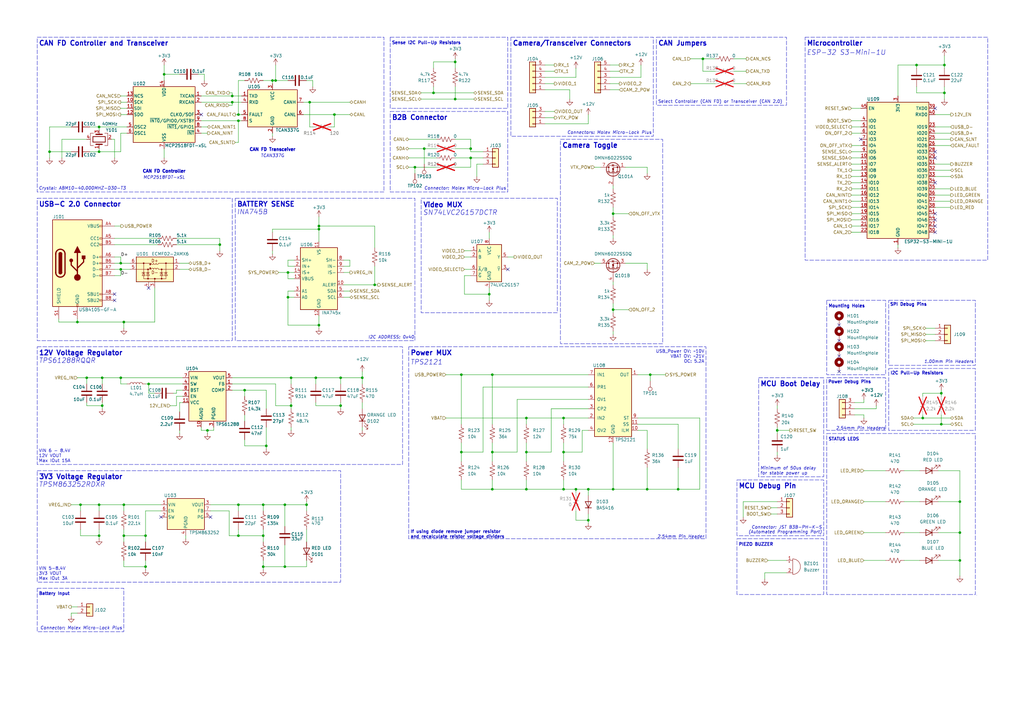
<source format=kicad_sch>
(kicad_sch (version 20231120) (generator "eeschema") (generator_version "8.0")
  (paper "A3")
  (title_block (title "Stargazer Camera Board MK2") (date "2024-12-01") (rev "A") (company "Illinois Space Society") (comment 3 "Michael Griegel, Rohan Das, Shiv Bahl, Thomas McManamen") (comment 4 "Contributers: Annika Kmiecik, Charlie Fedder, Chethan Karandikar, Everitt C, Ishani Sahu,"))
  (lib_symbols
    (symbol "74xGxx:74LVC2G157"
      (property "Reference" "U3" (at 2.54 10.16 0))
      (property "Value" "74LVC2G157" (at 7.62 -10.16 0))
      (symbol "74LVC2G157_1_1"
        (pin input line (at -7.62 5.08 0) (length 2.54) (name "A") (number "1"))
        (pin input line (at -7.62 2.54 0) (length 2.54) (name "B") (number "2"))
        (pin output line (at 7.62 -2.54 180) (length 2.54) (name "~{Y}") (number "3"))
        (pin power_in line (at 0 -10.16 90) (length 2.54) (name "GND") (number "4"))
        (pin output line (at 7.62 2.54 180) (length 2.54) (name "Y") (number "5"))
        (pin input line (at -7.62 -2.54 0) (length 2.54) (name "~{A}/B") (number "6"))
        (pin input line (at -7.62 -5.08 0) (length 2.54) (name "~{G}") (number "7"))
        (pin power_in line (at 0 10.16 270) (length 2.54) (name "VCC") (number "8"))
      )
    )
    (symbol "Connector:TestPoint" (pin_numbers hide) (pin_names (offset 0.762) hide)
      (property "Reference" "TP" (at 0 6.858 0))
      (property "Value" "TestPoint" (at 0 5.08 0))
      (symbol "TestPoint_1_1"
        (pin passive line (at 0 0 90) (length 2.54) (name "1") (number "1"))
      )
    )
    (symbol "Connector:USB_C_Receptacle_USB2.0" (pin_names (offset 1.016))
      (property "Reference" "J1" (at 0 21.59 0))
      (property "Value" "USB_C_Receptacle_USB2.0" (at 0 19.05 0))
      (symbol "USB_C_Receptacle_USB2.0_1_1"
        (pin passive line (at 0 -22.86 90) (length 5.08) (name "GND") (number "A1"))
        (pin passive line (at 0 -22.86 90) (length 5.08) hide (name "GND") (number "A12"))
        (pin passive line (at 15.24 15.24 180) (length 5.08) (name "VBUS") (number "A4"))
        (pin bidirectional line (at 15.24 10.16 180) (length 5.08) (name "CC1") (number "A5"))
        (pin bidirectional line (at 15.24 2.54 180) (length 5.08) (name "D+") (number "A6"))
        (pin bidirectional line (at 15.24 -2.54 180) (length 5.08) (name "D-") (number "A7"))
        (pin bidirectional line (at 15.24 -12.7 180) (length 5.08) (name "SBU1") (number "A8"))
        (pin passive line (at 15.24 15.24 180) (length 5.08) hide (name "VBUS") (number "A9"))
        (pin passive line (at 0 -22.86 90) (length 5.08) hide (name "GND") (number "B1"))
        (pin passive line (at 0 -22.86 90) (length 5.08) hide (name "GND") (number "B12"))
        (pin passive line (at 15.24 15.24 180) (length 5.08) hide (name "VBUS") (number "B4"))
        (pin bidirectional line (at 15.24 7.62 180) (length 5.08) (name "CC2") (number "B5"))
        (pin bidirectional line (at 15.24 0 180) (length 5.08) (name "D+") (number "B6"))
        (pin bidirectional line (at 15.24 -5.08 180) (length 5.08) (name "D-") (number "B7"))
        (pin bidirectional line (at 15.24 -15.24 180) (length 5.08) (name "SBU2") (number "B8"))
        (pin passive line (at 15.24 15.24 180) (length 5.08) hide (name "VBUS") (number "B9"))
        (pin passive line (at -7.62 -22.86 90) (length 5.08) (name "SHIELD") (number "S1"))
      )
    )
    (symbol "Connector_Generic:Conn_01x02" (pin_names (offset 1.016) hide)
      (property "Reference" "J" (at 0 2.54 0))
      (property "Value" "Conn_01x02" (at 0 -5.08 0))
      (symbol "Conn_01x02_1_1"
        (pin passive line (at -5.08 0 0) (length 3.81) (name "Pin_1") (number "1"))
        (pin passive line (at -5.08 -2.54 0) (length 3.81) (name "Pin_2") (number "2"))
      )
    )
    (symbol "Connector_Generic:Conn_01x03" (pin_names (offset 1.016) hide)
      (property "Reference" "J" (at 0 5.08 0))
      (property "Value" "Conn_01x03" (at 0 -5.08 0))
      (symbol "Conn_01x03_1_1"
        (pin passive line (at -5.08 2.54 0) (length 3.81) (name "Pin_1") (number "1"))
        (pin passive line (at -5.08 0 0) (length 3.81) (name "Pin_2") (number "2"))
        (pin passive line (at -5.08 -2.54 0) (length 3.81) (name "Pin_3") (number "3"))
      )
    )
    (symbol "Connector_Generic:Conn_01x05" (pin_names (offset 1.016) hide)
      (property "Reference" "J" (at 0 7.62 0))
      (property "Value" "Conn_01x05" (at 0 -7.62 0))
      (symbol "Conn_01x05_1_1"
        (pin passive line (at -5.08 5.08 0) (length 3.81) (name "Pin_1") (number "1"))
        (pin passive line (at -5.08 2.54 0) (length 3.81) (name "Pin_2") (number "2"))
        (pin passive line (at -5.08 0 0) (length 3.81) (name "Pin_3") (number "3"))
        (pin passive line (at -5.08 -2.54 0) (length 3.81) (name "Pin_4") (number "4"))
        (pin passive line (at -5.08 -5.08 0) (length 3.81) (name "Pin_5") (number "5"))
      )
    )
    (symbol "Device:Buzzer" (pin_names (offset 0.0254) hide)
      (property "Reference" "BZ" (at 3.81 1.27 0))
      (property "Value" "Buzzer" (at 3.81 -1.27 0))
      (symbol "Buzzer_1_1"
        (pin passive line (at -2.54 2.54 0) (length 2.54) (name "-") (number "1"))
        (pin passive line (at -2.54 -2.54 0) (length 2.54) (name "+") (number "2"))
      )
    )
    (symbol "Device:C" (pin_numbers hide) (pin_names (offset 0.254))
      (property "Reference" "C" (at 0.635 2.54 0))
      (property "Value" "C" (at 0.635 -2.54 0))
      (symbol "C_1_1"
        (pin passive line (at 0 3.81 270) (length 2.794) (name "~") (number "1"))
        (pin passive line (at 0 -3.81 90) (length 2.794) (name "~") (number "2"))
      )
    )
    (symbol "Device:Crystal_GND24" (pin_names (offset 1.016) hide)
      (property "Reference" "Y" (at 3.175 5.08 0))
      (property "Value" "Crystal_GND24" (at 3.175 3.175 0))
      (symbol "Crystal_GND24_1_1"
        (pin passive line (at -3.81 0 0) (length 1.27) (name "1") (number "1"))
        (pin passive line (at 0 5.08 270) (length 1.27) (name "2") (number "2"))
        (pin passive line (at 3.81 0 180) (length 1.27) (name "3") (number "3"))
        (pin passive line (at 0 -5.08 90) (length 1.27) (name "4") (number "4"))
      )
    )
    (symbol "Device:D" (pin_numbers hide) (pin_names (offset 1.016) hide)
      (property "Reference" "D" (at 0 2.54 0))
      (property "Value" "D" (at 0 -2.54 0))
      (symbol "D_1_1"
        (pin passive line (at -3.81 0 0) (length 2.54) (name "K") (number "1"))
        (pin passive line (at 3.81 0 180) (length 2.54) (name "A") (number "2"))
      )
    )
    (symbol "Device:L" (pin_numbers hide) (pin_names (offset 1.016) hide)
      (property "Reference" "L" (at -1.27 0 90))
      (property "Value" "L" (at 1.905 0 90))
      (symbol "L_1_1"
        (pin passive line (at 0 3.81 270) (length 1.27) (name "1") (number "1"))
        (pin passive line (at 0 -3.81 90) (length 1.27) (name "2") (number "2"))
      )
    )
    (symbol "Device:LED" (pin_numbers hide) (pin_names (offset 1.016) hide)
      (property "Reference" "D" (at 0 2.54 0))
      (property "Value" "LED" (at 0 -2.54 0))
      (symbol "LED_1_1"
        (pin passive line (at -3.81 0 0) (length 2.54) (name "K") (number "1"))
        (pin passive line (at 3.81 0 180) (length 2.54) (name "A") (number "2"))
      )
    )
    (symbol "Device:R_US" (pin_numbers hide) (pin_names (offset 0))
      (property "Reference" "R" (at 2.54 0 90))
      (property "Value" "R_US" (at -2.54 0 90))
      (symbol "R_US_1_1"
        (pin passive line (at 0 3.81 270) (length 1.27) (name "~") (number "1"))
        (pin passive line (at 0 -3.81 90) (length 1.27) (name "~") (number "2"))
      )
    )
    (symbol "GND_1" (power) (pin_numbers hide) (pin_names (offset 0) hide)
      (property "Value" "GND" (at 0 -3.81 0))
      (symbol "GND_1_1_1"
        (pin power_in line (at 0 0 270) (length 0) (name "~") (number "1"))
      )
    )
    (symbol "INA745x_1"
      (property "Reference" "U" (at -7.112 13.97 0))
      (property "Value" "INA745x" (at 5.08 -13.97 0))
      (symbol "INA745x_1_1_1"
        (pin output line (at -10.16 7.62 0) (length 2.54) (name "SH+") (number "1"))
        (pin output line (at 10.16 -2.54 180) (length 2.54) (name "ALERT") (number "10"))
        (pin power_in line (at 0 15.24 270) (length 2.54) (name "VS") (number "11"))
        (pin power_out line (at 0 -15.24 90) (length 2.54) (name "GND") (number "12"))
        (pin input line (at -10.16 0 0) (length 2.54) (name "VBUS") (number "13"))
        (pin input line (at -10.16 2.54 0) (length 2.54) (name "IS+") (number "14"))
        (pin input line (at -10.16 5.08 0) (length 2.54) (name "IN+") (number "2"))
        (pin input line (at -10.16 -5.08 0) (length 2.54) (name "A1") (number "3"))
        (pin input line (at -10.16 -7.62 0) (length 2.54) (name "A0") (number "4"))
        (pin bidirectional line (at 10.16 -5.08 180) (length 2.54) (name "SDA") (number "5"))
        (pin input line (at 10.16 -7.62 180) (length 2.54) (name "SCL") (number "6"))
        (pin input line (at 10.16 2.54 180) (length 2.54) (name "IS-") (number "7"))
        (pin output line (at 10.16 7.62 180) (length 2.54) (name "SH-") (number "8"))
        (pin input line (at 10.16 5.08 180) (length 2.54) (name "IN-") (number "9"))
      )
    )
    (symbol "Interface_CAN_LIN:TCAN337G"
      (property "Reference" "U" (at -10.16 8.89 0))
      (property "Value" "TCAN337G" (at 2.54 8.89 0))
      (symbol "TCAN337G_1_1"
        (pin input line (at -12.7 5.08 0) (length 2.54) (name "TXD") (number "1"))
        (pin power_in line (at 0 -10.16 90) (length 2.54) (name "GND") (number "2"))
        (pin power_in line (at 0 10.16 270) (length 2.54) (name "VCC") (number "3"))
        (pin tri_state line (at -12.7 2.54 0) (length 2.54) (name "RXD") (number "4"))
        (pin open_collector line (at -12.7 -2.54 0) (length 2.54) (name "FAULT") (number "5"))
        (pin bidirectional line (at 12.7 -2.54 180) (length 2.54) (name "CANL") (number "6"))
        (pin bidirectional line (at 12.7 2.54 180) (length 2.54) (name "CANH") (number "7"))
        (pin input line (at -12.7 -5.08 0) (length 2.54) (name "S") (number "8"))
      )
    )
    (symbol "Interface_CAN_Microchip:MCP2518FDT-xSL" (pin_names (offset 0.254))
      (property "Reference" "U" (at -11.43 12.7 0))
      (property "Value" "MCP2518FDT-xSL" (at 10.16 -12.7 0))
      (symbol "MCP2518FDT-xSL_1_1"
        (pin output line (at 15.24 7.62 180) (length 2.54) (name "TXCAN") (number "1"))
        (pin input line (at -15.24 5.08 0) (length 2.54) (name "SCK") (number "10"))
        (pin input line (at -15.24 2.54 0) (length 2.54) (name "SDI") (number "11"))
        (pin output line (at -15.24 0 0) (length 2.54) (name "SDO") (number "12"))
        (pin input line (at -15.24 7.62 0) (length 2.54) (name "NCS") (number "13"))
        (pin power_in line (at 0 13.97 270) (length 2.54) (name "VDD") (number "14"))
        (pin input line (at 15.24 5.08 180) (length 2.54) (name "RXCAN") (number "2"))
        (pin output line (at 15.24 0 180) (length 2.54) (name "CLKO/SOF") (number "3"))
        (pin output line (at 15.24 -7.62 180) (length 2.54) (name "~{INT}") (number "4"))
        (pin output line (at -15.24 -5.08 0) (length 2.54) (name "OSC2") (number "5"))
        (pin input line (at -15.24 -7.62 0) (length 2.54) (name "OSC1") (number "6"))
        (pin power_in line (at 0 -13.97 90) (length 2.54) (name "VSS") (number "7"))
        (pin bidirectional line (at 15.24 -5.08 180) (length 2.54) (name "~{INT1}/GPIO1") (number "8"))
        (pin bidirectional line (at 15.24 -2.54 180) (length 2.54) (name "~{INT0}/GPIO0/XSTBY") (number "9"))
      )
    )
    (symbol "Mechanical:MountingHole_Pad" (pin_numbers hide) (pin_names (offset 1.016) hide)
      (property "Reference" "H" (at 0 6.35 0))
      (property "Value" "MountingHole_Pad" (at 0 4.445 0))
      (symbol "MountingHole_Pad_1_1"
        (pin input line (at 0 -2.54 90) (length 2.54) (name "1") (number "1"))
      )
    )
    (symbol "Power_MUX:TPS2121" (pin_names (offset 1.016))
      (property "Reference" "U4" (at -6.35 16.51 0))
      (property "Value" "TPS2121" (at 5.08 -16.51 0))
      (symbol "TPS2121_0_0"
        (pin output line (at 10.16 -10.16 180) (length 2.54) (name "ILM") (number "10"))
        (pin output line (at 10.16 -7.62 180) (length 2.54) (name "SS") (number "11"))
        (pin power_in line (at 0 -15.24 90) (length 2.54) (name "GND") (number "12"))
        (pin power_in line (at -10.16 -5.08 0) (length 2.54) (name "IN2") (number "2"))
        (pin input line (at -10.16 -1.27 0) (length 2.54) (name "CP2") (number "3"))
        (pin input line (at -10.16 -10.16 0) (length 2.54) (name "OV2") (number "4"))
        (pin input line (at -10.16 2.54 0) (length 2.54) (name "OV1") (number "5"))
        (pin input line (at -10.16 7.62 0) (length 2.54) (name "PR1") (number "6"))
        (pin power_in line (at -10.16 12.7 0) (length 2.54) (name "IN1") (number "7"))
        (pin output line (at 10.16 -5.08 180) (length 2.54) (name "ST") (number "9"))
      )
      (symbol "TPS2121_1_0"
        (pin power_out line (at 10.16 12.7 180) (length 2.54) (name "OUT") (number "1"))
        (pin power_out line (at 10.16 12.7 180) (length 2.54) hide (name "OUT") (number "8"))
      )
    )
    (symbol "Power_Protection:ECMF02-2AMX6" (pin_names (offset 0.0254) hide)
      (property "Reference" "U" (at 0 10.16 0))
      (property "Value" "ECMF02-2AMX6" (at 0 7.62 0))
      (symbol "ECMF02-2AMX6_0_1"
        (text "D+" (at 0 3.556 0) (effects (font (size 1.27 1.27))))
        (text "D-" (at 0 -1.27 0) (effects (font (size 1.27 1.27))))
      )
      (symbol "ECMF02-2AMX6_1_1"
        (pin passive line (at -10.16 2.54 0) (length 2.54) (name "D+_in") (number "1"))
        (pin passive line (at -10.16 0 0) (length 2.54) (name "D-_in") (number "2"))
        (pin power_in line (at 0 -7.62 90) (length 2.54) (name "GND") (number "3"))
        (pin free line (at 2.54 -7.62 90) (length 2.54) (name "NC") (number "4"))
        (pin passive line (at 10.16 0 180) (length 2.54) (name "D-_out") (number "5"))
        (pin passive line (at 10.16 2.54 180) (length 2.54) (name "D+_out") (number "6"))
      )
    )
    (symbol "RF_Module:ESP32-S3-MINI-1U"
      (property "Reference" "U" (at -11.43 29.21 0))
      (property "Value" "ESP32-S3-MINI-1U" (at 12.7 29.21 0))
      (symbol "ESP32-S3-MINI-1U_1_1"
        (pin power_in line (at 0 -30.48 90) (length 2.54) (name "GND") (number "1"))
        (pin bidirectional line (at -15.24 5.08 0) (length 2.54) (name "IO6") (number "10"))
        (pin bidirectional line (at -15.24 2.54 0) (length 2.54) (name "IO7") (number "11"))
        (pin bidirectional line (at -15.24 0 0) (length 2.54) (name "IO8") (number "12"))
        (pin bidirectional line (at -15.24 -2.54 0) (length 2.54) (name "IO9") (number "13"))
        (pin bidirectional line (at -15.24 -5.08 0) (length 2.54) (name "IO10") (number "14"))
        (pin bidirectional line (at -15.24 -7.62 0) (length 2.54) (name "IO11") (number "15"))
        (pin bidirectional line (at -15.24 -10.16 0) (length 2.54) (name "IO12") (number "16"))
        (pin bidirectional line (at -15.24 -12.7 0) (length 2.54) (name "IO13") (number "17"))
        (pin bidirectional line (at -15.24 -15.24 0) (length 2.54) (name "IO14") (number "18"))
        (pin bidirectional line (at -15.24 -17.78 0) (length 2.54) (name "IO15") (number "19"))
        (pin passive line (at 0 -30.48 90) (length 2.54) hide (name "GND") (number "2"))
        (pin bidirectional line (at -15.24 -20.32 0) (length 2.54) (name "IO16") (number "20"))
        (pin bidirectional line (at -15.24 -22.86 0) (length 2.54) (name "IO17") (number "21"))
        (pin bidirectional line (at -15.24 -25.4 0) (length 2.54) (name "IO18") (number "22"))
        (pin bidirectional line (at 15.24 17.78 180) (length 2.54) (name "IO19") (number "23"))
        (pin bidirectional line (at 15.24 15.24 180) (length 2.54) (name "IO20") (number "24"))
        (pin bidirectional line (at 15.24 12.7 180) (length 2.54) (name "IO21") (number "25"))
        (pin bidirectional line (at 15.24 10.16 180) (length 2.54) (name "IO26") (number "26"))
        (pin bidirectional line (at 15.24 -22.86 180) (length 2.54) (name "IO47") (number "27"))
        (pin bidirectional line (at 15.24 7.62 180) (length 2.54) (name "IO33") (number "28"))
        (pin bidirectional line (at 15.24 5.08 180) (length 2.54) (name "IO34") (number "29"))
        (pin power_in line (at 0 30.48 270) (length 2.54) (name "3V3") (number "3"))
        (pin bidirectional line (at 15.24 -25.4 180) (length 2.54) (name "IO48") (number "30"))
        (pin bidirectional line (at 15.24 2.54 180) (length 2.54) (name "IO35") (number "31"))
        (pin bidirectional line (at 15.24 0 180) (length 2.54) (name "IO36") (number "32"))
        (pin bidirectional line (at 15.24 -2.54 180) (length 2.54) (name "IO37") (number "33"))
        (pin bidirectional line (at 15.24 -5.08 180) (length 2.54) (name "IO38") (number "34"))
        (pin bidirectional line (at 15.24 -7.62 180) (length 2.54) (name "IO39") (number "35"))
        (pin bidirectional line (at 15.24 -10.16 180) (length 2.54) (name "IO40") (number "36"))
        (pin bidirectional line (at 15.24 -12.7 180) (length 2.54) (name "IO41") (number "37"))
        (pin bidirectional line (at 15.24 -15.24 180) (length 2.54) (name "IO42") (number "38"))
        (pin bidirectional line (at 15.24 25.4 180) (length 2.54) (name "TXD0") (number "39"))
        (pin bidirectional line (at -15.24 20.32 0) (length 2.54) (name "IO0") (number "4"))
        (pin bidirectional line (at 15.24 22.86 180) (length 2.54) (name "RXD0") (number "40"))
        (pin bidirectional line (at 15.24 -17.78 180) (length 2.54) (name "IO45") (number "41"))
        (pin passive line (at 0 -30.48 90) (length 2.54) hide (name "GND") (number "42"))
        (pin passive line (at 0 -30.48 90) (length 2.54) hide (name "GND") (number "43"))
        (pin bidirectional line (at 15.24 -20.32 180) (length 2.54) (name "IO46") (number "44"))
        (pin input line (at -15.24 25.4 0) (length 2.54) (name "EN") (number "45"))
        (pin passive line (at 0 -30.48 90) (length 2.54) hide (name "GND") (number "46"))
        (pin passive line (at 0 -30.48 90) (length 2.54) hide (name "GND") (number "47"))
        (pin passive line (at 0 -30.48 90) (length 2.54) hide (name "GND") (number "48"))
        (pin passive line (at 0 -30.48 90) (length 2.54) hide (name "GND") (number "49"))
        (pin bidirectional line (at -15.24 17.78 0) (length 2.54) (name "IO1") (number "5"))
        (pin passive line (at 0 -30.48 90) (length 2.54) hide (name "GND") (number "50"))
        (pin passive line (at 0 -30.48 90) (length 2.54) hide (name "GND") (number "51"))
        (pin passive line (at 0 -30.48 90) (length 2.54) hide (name "GND") (number "52"))
        (pin passive line (at 0 -30.48 90) (length 2.54) hide (name "GND") (number "53"))
        (pin passive line (at 0 -30.48 90) (length 2.54) hide (name "GND") (number "54"))
        (pin passive line (at 0 -30.48 90) (length 2.54) hide (name "GND") (number "55"))
        (pin passive line (at 0 -30.48 90) (length 2.54) hide (name "GND") (number "56"))
        (pin passive line (at 0 -30.48 90) (length 2.54) hide (name "GND") (number "57"))
        (pin passive line (at 0 -30.48 90) (length 2.54) hide (name "GND") (number "58"))
        (pin passive line (at 0 -30.48 90) (length 2.54) hide (name "GND") (number "59"))
        (pin bidirectional line (at -15.24 15.24 0) (length 2.54) (name "IO2") (number "6"))
        (pin passive line (at 0 -30.48 90) (length 2.54) hide (name "GND") (number "60"))
        (pin passive line (at 0 -30.48 90) (length 2.54) hide (name "GND") (number "61"))
        (pin passive line (at 0 -30.48 90) (length 2.54) hide (name "GND") (number "62"))
        (pin passive line (at 0 -30.48 90) (length 2.54) hide (name "GND") (number "63"))
        (pin passive line (at 0 -30.48 90) (length 2.54) hide (name "GND") (number "64"))
        (pin passive line (at 0 -30.48 90) (length 2.54) hide (name "GND") (number "65"))
        (pin bidirectional line (at -15.24 12.7 0) (length 2.54) (name "IO3") (number "7"))
        (pin bidirectional line (at -15.24 10.16 0) (length 2.54) (name "IO4") (number "8"))
        (pin bidirectional line (at -15.24 7.62 0) (length 2.54) (name "IO5") (number "9"))
      )
    )
    (symbol "Regulator_Texas:TI_TPS61288"
      (property "Reference" "U" (at -6.985 11.43 0))
      (property "Value" "TPS61288" (at 8.255 -12.065 0))
      (symbol "TI_TPS61288_1_1"
        (pin unspecified line (at 10.16 5.08 180) (length 2.54) (name "FB") (number "1"))
        (pin power_in line (at -2.54 -12.7 90) (length 2.54) (name "AGND") (number "10"))
        (pin unspecified line (at -10.16 -2.54 0) (length 2.54) (name "VCC") (number "11"))
        (pin unspecified line (at 10.16 2.54 180) (length 2.54) (name "COMP") (number "2"))
        (pin power_in line (at 2.54 -12.7 90) (length 2.54) (name "PGND") (number "3"))
        (pin unspecified line (at -10.16 5.08 0) (length 2.54) (name "SW") (number "4"))
        (pin power_in line (at 10.16 7.62 180) (length 2.54) (name "VOUT") (number "5"))
        (pin input line (at -10.16 0 0) (length 2.54) (name "EN") (number "6"))
        (pin power_in line (at -10.16 7.62 0) (length 2.54) (name "VIN") (number "7"))
        (pin unspecified line (at -10.16 2.54 0) (length 2.54) (name "BST") (number "8"))
        (pin unspecified line (at -10.16 5.08 0) (length 2.54) hide (name "SW") (number "9"))
      )
    )
    (symbol "Regulator_Texas:TI_TPSM863252" (pin_names (offset 0.254))
      (property "Reference" "U" (at -6.985 6.35 0))
      (property "Value" "TPSM863252" (at 7.62 -8.89 0))
      (symbol "TI_TPSM863252_1_1"
        (pin power_in line (at -10.16 2.54 0) (length 2.54) (name "VIN") (number "1"))
        (pin unspecified line (at -10.16 -2.54 0) (length 2.54) (name "SW") (number "2"))
        (pin power_in line (at 10.16 2.54 180) (length 2.54) (name "VOUT") (number "3"))
        (pin power_in line (at 0 -10.16 90) (length 2.54) (name "PGND") (number "4"))
        (pin open_collector line (at 10.16 -2.54 180) (length 2.54) (name "PG") (number "5"))
        (pin input line (at -10.16 0 0) (length 2.54) (name "EN") (number "6"))
        (pin unspecified line (at 10.16 0 180) (length 2.54) (name "FB") (number "7"))
      )
    )
    (symbol "Transistor_FET_Diodes:DMNH6022SSDQ" (pin_names hide)
      (property "Reference" "Q" (at 2.54 -1.27 0))
      (property "Value" "DMNH6022SSDQ" (at 2.54 1.27 0))
      (symbol "DMNH6022SSDQ_1_0"
        (pin passive line (at 0 -5.08 90) (length 2.54) (name "S1") (number "1"))
        (pin input line (at -7.62 0 0) (length 2.54) (name "G1") (number "2"))
        (pin passive line (at 0 5.08 270) (length 2.54) (name "D1") (number "7"))
        (pin passive line (at 0 5.08 270) (length 2.54) hide (name "D1") (number "8"))
      )
      (symbol "DMNH6022SSDQ_2_0"
        (pin passive line (at 0 -5.08 90) (length 2.54) (name "S2") (number "3"))
        (pin input line (at -7.62 0 0) (length 2.54) (name "G2") (number "4"))
        (pin passive line (at 0 5.08 270) (length 2.54) (name "D2") (number "5"))
        (pin passive line (at 0 5.08 270) (length 2.54) hide (name "D2") (number "6"))
      )
    )
    (symbol "power:+12V" (power) (pin_numbers hide) (pin_names (offset 0) hide)
      (property "Value" "+12V" (at 0 3.556 0))
      (symbol "+12V_1_1"
        (pin power_in line (at 0 0 90) (length 0) (name "~") (number "1"))
      )
    )
    (symbol "power:+3V3" (power) (pin_names (offset 0))
      (property "Value" "+3V3" (at 0 3.556 0))
      (symbol "+3V3_1_1"
        (pin power_in line (at 0 0 90) (length 0) hide (name "+3V3") (number "1"))
      )
    )
    (symbol "power:GND" (power) (pin_names (offset 0))
      (property "Value" "GND" (at 0 -3.81 0))
      (symbol "GND_1_1"
        (pin power_in line (at 0 0 270) (length 0) hide (name "GND") (number "1"))
      )
    )
  )
  (junction (at 100.33 160.02))
  (junction (at 116.84 232.41))
  (junction (at 119.38 166.37))
  (junction (at 186.69 25.4))
  (junction (at 40.64 62.23))
  (junction (at 386.08 161.29))
  (junction (at 95.25 39.37))
  (junction (at 189.23 185.42))
  (junction (at 31.75 132.08))
  (junction (at 40.64 52.07))
  (junction (at 186.69 40.64))
  (junction (at 393.7 229.87))
  (junction (at 40.64 207.01))
  (junction (at 97.79 219.71))
  (junction (at 130.81 133.35))
  (junction (at 231.14 185.42))
  (junction (at 241.3 200.66))
  (junction (at 33.02 207.01))
  (junction (at 189.23 153.67))
  (junction (at 387.35 26.67))
  (junction (at 173.99 60.96))
  (junction (at 118.11 121.92))
  (junction (at 200.66 120.65))
  (junction (at 40.64 219.71))
  (junction (at 97.79 46.99))
  (junction (at 59.69 232.41))
  (junction (at 50.8 132.08))
  (junction (at 139.7 154.94))
  (junction (at 139.7 166.37))
  (junction (at 288.29 24.13))
  (junction (at 97.79 207.01))
  (junction (at 59.69 219.71))
  (junction (at 251.46 87.63))
  (junction (at 375.92 26.67))
  (junction (at 393.7 218.44))
  (junction (at 318.77 176.53))
  (junction (at 193.04 60.96))
  (junction (at 386.08 173.99))
  (junction (at 201.93 200.66))
  (junction (at 20.32 62.23))
  (junction (at 251.46 200.66))
  (junction (at 170.18 68.58))
  (junction (at 231.14 171.45))
  (junction (at 153.67 116.84))
  (junction (at 118.11 111.76))
  (junction (at 148.59 154.94))
  (junction (at 107.95 219.71))
  (junction (at 201.93 185.42))
  (junction (at 116.84 207.01))
  (junction (at 378.46 171.45))
  (junction (at 137.16 46.99))
  (junction (at 241.3 213.36))
  (junction (at 236.22 200.66))
  (junction (at 231.14 200.66))
  (junction (at 387.35 38.1))
  (junction (at 393.7 205.74))
  (junction (at 41.91 154.94))
  (junction (at 90.17 100.33))
  (junction (at 50.8 219.71))
  (junction (at 215.9 185.42))
  (junction (at 107.95 232.41))
  (junction (at 129.54 154.94))
  (junction (at 111.76 33.02))
  (junction (at 119.38 154.94))
  (junction (at 130.81 93.98))
  (junction (at 107.95 207.01))
  (junction (at 85.09 176.53))
  (junction (at 97.79 49.53))
  (junction (at 177.8 38.1))
  (junction (at 109.22 182.88))
  (junction (at 215.9 171.45))
  (junction (at 193.04 64.77))
  (junction (at 278.13 200.66))
  (junction (at 127 41.91))
  (junction (at 49.53 110.49))
  (junction (at 49.53 154.94))
  (junction (at 201.93 153.67))
  (junction (at 60.96 157.48))
  (junction (at 113.03 33.02))
  (junction (at 41.91 166.37))
  (junction (at 67.31 30.48))
  (junction (at 215.9 200.66))
  (junction (at 266.7 153.67))
  (junction (at 95.25 41.91))
  (junction (at 125.73 207.01))
  (junction (at 265.43 200.66))
  (junction (at 49.53 107.95))
  (junction (at 251.46 127))
  (junction (at 35.56 154.94))
  (junction (at 130.81 92.71))
  (junction (at 50.8 207.01))
  (no_connect (at 82.55 46.99))
  (no_connect (at 208.28 110.49))
  (no_connect (at 46.99 120.65))
  (no_connect (at 60.96 118.11))
  (no_connect (at 344.17 146.05))
  (no_connect (at 344.17 139.7))
  (no_connect (at 344.17 133.35))
  (no_connect (at 383.54 95.25))
  (no_connect (at 86.36 212.09))
  (no_connect (at 383.54 44.45))
  (no_connect (at 353.06 57.15))
  (no_connect (at 66.04 212.09))
  (no_connect (at 383.54 64.77))
  (no_connect (at 383.54 74.93))
  (no_connect (at 383.54 62.23))
  (no_connect (at 383.54 87.63))
  (no_connect (at 383.54 92.71))
  (no_connect (at 344.17 152.4))
  (no_connect (at 383.54 90.17))
  (no_connect (at 46.99 123.19))
  (wire (pts (xy 266.7 153.67) (xy 273.05 153.67)))
  (wire (pts (xy 119.38 166.37) (xy 119.38 167.64)))
  (wire (pts (xy 177.8 38.1) (xy 194.31 38.1)))
  (wire (pts (xy 378.46 161.29) (xy 386.08 161.29)))
  (wire (pts (xy 41.91 154.94) (xy 41.91 157.48)))
  (wire (pts (xy 251.46 200.66) (xy 265.43 200.66)))
  (wire (pts (xy 193.04 62.23) (xy 198.12 62.23)))
  (wire (pts (xy 186.69 68.58) (xy 193.04 68.58)))
  (wire (pts (xy 354.33 229.87) (xy 363.22 229.87)))
  (wire (pts (xy 95.25 41.91) (xy 99.06 41.91)))
  (wire (pts (xy 167.64 57.15) (xy 179.07 57.15)))
  (wire (pts (xy 283.21 24.13) (xy 288.29 24.13)))
  (wire (pts (xy 375.92 26.67) (xy 375.92 27.94)))
  (wire (pts (xy 73.66 110.49) (xy 77.47 110.49)))
  (wire (pts (xy 287.02 200.66) (xy 287.02 171.45)))
  (wire (pts (xy 59.69 232.41) (xy 59.69 229.87)))
  (wire (pts (xy 304.8 205.74) (xy 304.8 212.09)))
  (wire (pts (xy 236.22 200.66) (xy 236.22 201.93)))
  (wire (pts (xy 349.25 64.77) (xy 353.06 64.77)))
  (wire (pts (xy 318.77 166.37) (xy 318.77 167.64)))
  (wire (pts (xy 139.7 167.64) (xy 139.7 166.37)))
  (wire (pts (xy 116.84 232.41) (xy 125.73 232.41)))
  (wire (pts (xy 278.13 173.99) (xy 278.13 184.15)))
  (wire (pts (xy 254 29.21) (xy 250.19 29.21)))
  (wire (pts (xy 95.25 160.02) (xy 100.33 160.02)))
  (wire (pts (xy 118.11 121.92) (xy 120.65 121.92)))
  (wire (pts (xy 49.53 41.91) (xy 52.07 41.91)))
  (wire (pts (xy 349.25 85.09) (xy 353.06 85.09)))
  (wire (pts (xy 261.62 171.45) (xy 287.02 171.45)))
  (wire (pts (xy 378.46 170.18) (xy 378.46 171.45)))
  (wire (pts (xy 359.41 167.64) (xy 350.52 167.64)))
  (wire (pts (xy 140.97 111.76) (xy 143.51 111.76)))
  (wire (pts (xy 116.84 207.01) (xy 125.73 207.01)))
  (wire (pts (xy 118.11 121.92) (xy 118.11 133.35)))
  (wire (pts (xy 393.7 218.44) (xy 384.81 218.44)))
  (wire (pts (xy 85.09 52.07) (xy 82.55 52.07)))
  (wire (pts (xy 52.07 52.07) (xy 40.64 52.07)))
  (wire (pts (xy 251.46 85.09) (xy 251.46 87.63)))
  (wire (pts (xy 49.53 62.23) (xy 49.53 54.61)))
  (wire (pts (xy 314.96 229.87) (xy 322.58 229.87)))
  (wire (pts (xy 215.9 171.45) (xy 215.9 173.99)))
  (wire (pts (xy 35.56 166.37) (xy 41.91 166.37)))
  (wire (pts (xy 186.69 57.15) (xy 193.04 57.15)))
  (wire (pts (xy 35.56 154.94) (xy 35.56 157.48)))
  (wire (pts (xy 241.3 200.66) (xy 251.46 200.66)))
  (wire (pts (xy 153.67 116.84) (xy 153.67 109.22)))
  (wire (pts (xy 278.13 200.66) (xy 287.02 200.66)))
  (wire (pts (xy 186.69 25.4) (xy 186.69 27.94)))
  (wire (pts (xy 72.39 166.37) (xy 72.39 162.56)))
  (wire (pts (xy 100.33 160.02) (xy 100.33 162.56)))
  (wire (pts (xy 393.7 236.22) (xy 393.7 229.87)))
  (wire (pts (xy 261.62 176.53) (xy 265.43 176.53)))
  (wire (pts (xy 349.25 74.93) (xy 353.06 74.93)))
  (wire (pts (xy 90.17 97.79) (xy 90.17 100.33)))
  (wire (pts (xy 119.38 166.37) (xy 113.03 166.37)))
  (wire (pts (xy 31.75 132.08) (xy 24.13 132.08)))
  (wire (pts (xy 167.64 60.96) (xy 173.99 60.96)))
  (wire (pts (xy 118.11 119.38) (xy 118.11 121.92)))
  (wire (pts (xy 243.84 107.95) (xy 246.38 107.95)))
  (wire (pts (xy 288.29 24.13) (xy 288.29 29.21)))
  (wire (pts (xy 31.75 130.81) (xy 31.75 132.08)))
  (wire (pts (xy 113.03 166.37) (xy 113.03 157.48)))
  (wire (pts (xy 33.02 207.01) (xy 40.64 207.01)))
  (wire (pts (xy 370.84 229.87) (xy 377.19 229.87)))
  (wire (pts (xy 113.03 157.48) (xy 95.25 157.48)))
  (wire (pts (xy 90.17 100.33) (xy 72.39 100.33)))
  (wire (pts (xy 46.99 57.15) (xy 45.72 57.15)))
  (wire (pts (xy 40.64 53.34) (xy 40.64 52.07)))
  (wire (pts (xy 349.25 92.71) (xy 353.06 92.71)))
  (wire (pts (xy 93.98 38.1) (xy 95.25 38.1)))
  (wire (pts (xy 72.39 162.56) (xy 74.93 162.56)))
  (wire (pts (xy 186.69 24.13) (xy 186.69 25.4)))
  (wire (pts (xy 95.25 39.37) (xy 99.06 39.37)))
  (wire (pts (xy 212.09 163.83) (xy 241.3 163.83)))
  (wire (pts (xy 193.04 64.77) (xy 198.12 64.77)))
  (wire (pts (xy 49.53 39.37) (xy 52.07 39.37)))
  (wire (pts (xy 83.82 30.48) (xy 83.82 33.02)))
  (wire (pts (xy 190.5 105.41) (xy 193.04 105.41)))
  (wire (pts (xy 81.28 30.48) (xy 83.82 30.48)))
  (wire (pts (xy 254 26.67) (xy 250.19 26.67)))
  (wire (pts (xy 50.8 229.87) (xy 50.8 232.41)))
  (wire (pts (xy 111.76 104.14) (xy 111.76 102.87)))
  (wire (pts (xy 59.69 209.55) (xy 66.04 209.55)))
  (wire (pts (xy 90.17 100.33) (xy 90.17 102.87)))
  (wire (pts (xy 379.73 137.16) (xy 383.54 137.16)))
  (wire (pts (xy 177.8 35.56) (xy 177.8 38.1)))
  (wire (pts (xy 127 41.91) (xy 143.51 41.91)))
  (wire (pts (xy 257.81 87.63) (xy 251.46 87.63)))
  (wire (pts (xy 387.35 26.67) (xy 375.92 26.67)))
  (wire (pts (xy 283.21 34.29) (xy 293.37 34.29)))
  (wire (pts (xy 40.64 207.01) (xy 40.64 209.55)))
  (wire (pts (xy 379.73 134.62) (xy 383.54 134.62)))
  (wire (pts (xy 107.95 229.87) (xy 107.95 232.41)))
  (wire (pts (xy 201.93 153.67) (xy 241.3 153.67)))
  (wire (pts (xy 116.84 232.41) (xy 116.84 223.52)))
  (wire (pts (xy 251.46 135.89) (xy 251.46 137.16)))
  (wire (pts (xy 251.46 181.61) (xy 251.46 200.66)))
  (wire (pts (xy 63.5 118.11) (xy 63.5 132.08)))
  (wire (pts (xy 73.66 107.95) (xy 77.47 107.95)))
  (wire (pts (xy 190.5 110.49) (xy 193.04 110.49)))
  (wire (pts (xy 262.89 31.75) (xy 250.19 31.75)))
  (wire (pts (xy 29.21 248.92) (xy 31.75 248.92)))
  (wire (pts (xy 95.25 38.1) (xy 95.25 39.37)))
  (wire (pts (xy 52.07 54.61) (xy 49.53 54.61)))
  (wire (pts (xy 254 36.83) (xy 250.19 36.83)))
  (wire (pts (xy 231.14 181.61) (xy 231.14 185.42)))
  (wire (pts (xy 349.25 59.69) (xy 353.06 59.69)))
  (wire (pts (xy 33.02 217.17) (xy 33.02 219.71)))
  (wire (pts (xy 107.95 232.41) (xy 116.84 232.41)))
  (wire (pts (xy 167.64 64.77) (xy 179.07 64.77)))
  (wire (pts (xy 201.93 153.67) (xy 201.93 173.99)))
  (wire (pts (xy 378.46 171.45) (xy 374.65 171.45)))
  (wire (pts (xy 59.69 232.41) (xy 59.69 233.68)))
  (wire (pts (xy 241.3 210.82) (xy 241.3 213.36)))
  (wire (pts (xy 82.55 41.91) (xy 95.25 41.91)))
  (wire (pts (xy 137.16 46.99) (xy 143.51 46.99)))
  (wire (pts (xy 73.66 177.8) (xy 73.66 176.53)))
  (wire (pts (xy 378.46 171.45) (xy 389.89 171.45)))
  (wire (pts (xy 172.72 38.1) (xy 177.8 38.1)))
  (wire (pts (xy 40.64 62.23) (xy 40.64 60.96)))
  (wire (pts (xy 25.4 57.15) (xy 25.4 64.77)))
  (wire (pts (xy 251.46 97.79) (xy 251.46 96.52)))
  (wire (pts (xy 154.94 116.84) (xy 153.67 116.84)))
  (wire (pts (xy 74.93 165.1) (xy 73.66 165.1)))
  (wire (pts (xy 386.08 173.99) (xy 374.65 173.99)))
  (wire (pts (xy 251.46 127) (xy 251.46 128.27)))
  (wire (pts (xy 33.02 207.01) (xy 33.02 209.55)))
  (wire (pts (xy 118.11 109.22) (xy 120.65 109.22)))
  (wire (pts (xy 86.36 209.55) (xy 93.98 209.55)))
  (wire (pts (xy 223.52 34.29) (xy 227.33 34.29)))
  (wire (pts (xy 288.29 24.13) (xy 293.37 24.13)))
  (wire (pts (xy 82.55 49.53) (xy 97.79 49.53)))
  (wire (pts (xy 118.11 133.35) (xy 130.81 133.35)))
  (wire (pts (xy 265.43 107.95) (xy 256.54 107.95)))
  (wire (pts (xy 251.46 115.57) (xy 251.46 116.84)))
  (wire (pts (xy 193.04 113.03) (xy 190.5 113.03)))
  (wire (pts (xy 72.39 160.02) (xy 74.93 160.02)))
  (wire (pts (xy 50.8 132.08) (xy 50.8 134.62)))
  (wire (pts (xy 107.95 217.17) (xy 107.95 219.71)))
  (wire (pts (xy 130.81 92.71) (xy 130.81 88.9)))
  (wire (pts (xy 73.66 165.1) (xy 73.66 168.91)))
  (wire (pts (xy 137.16 52.07) (xy 135.89 52.07)))
  (wire (pts (xy 387.35 27.94) (xy 387.35 26.67)))
  (wire (pts (xy 49.53 154.94) (xy 74.93 154.94)))
  (wire (pts (xy 368.3 101.6) (xy 368.3 100.33)))
  (wire (pts (xy 215.9 171.45) (xy 231.14 171.45)))
  (wire (pts (xy 200.66 123.19) (xy 200.66 120.65)))
  (wire (pts (xy 124.46 41.91) (xy 127 41.91)))
  (wire (pts (xy 389.89 80.01) (xy 383.54 80.01)))
  (wire (pts (xy 375.92 38.1) (xy 387.35 38.1)))
  (wire (pts (xy 41.91 154.94) (xy 49.53 154.94)))
  (wire (pts (xy 236.22 213.36) (xy 241.3 213.36)))
  (wire (pts (xy 387.35 38.1) (xy 387.35 35.56)))
  (wire (pts (xy 265.43 68.58) (xy 256.54 68.58)))
  (wire (pts (xy 95.25 43.18) (xy 95.25 41.91)))
  (wire (pts (xy 389.89 59.69) (xy 383.54 59.69)))
  (wire (pts (xy 49.53 157.48) (xy 49.53 154.94)))
  (wire (pts (xy 190.5 113.03) (xy 190.5 120.65)))
  (wire (pts (xy 50.8 219.71) (xy 50.8 222.25)))
  (wire (pts (xy 125.73 205.74) (xy 125.73 207.01)))
  (wire (pts (xy 262.89 26.67) (xy 262.89 31.75)))
  (wire (pts (xy 97.79 49.53) (xy 99.06 49.53)))
  (wire (pts (xy 378.46 162.56) (xy 378.46 161.29)))
  (wire (pts (xy 130.81 129.54) (xy 130.81 133.35)))
  (wire (pts (xy 87.63 175.26) (xy 87.63 176.53)))
  (wire (pts (xy 379.73 139.7) (xy 383.54 139.7)))
  (wire (pts (xy 67.31 26.67) (xy 67.31 30.48)))
  (wire (pts (xy 359.41 166.37) (xy 359.41 167.64)))
  (wire (pts (xy 46.99 57.15) (xy 46.99 64.77)))
  (wire (pts (xy 111.76 93.98) (xy 111.76 95.25)))
  (wire (pts (xy 46.99 100.33) (xy 64.77 100.33)))
  (wire (pts (xy 29.21 62.23) (xy 20.32 62.23)))
  (wire (pts (xy 198.12 185.42) (xy 189.23 185.42)))
  (wire (pts (xy 300.99 29.21) (xy 306.07 29.21)))
  (wire (pts (xy 389.89 77.47) (xy 383.54 77.47)))
  (wire (pts (xy 35.56 165.1) (xy 35.56 166.37)))
  (wire (pts (xy 140.97 116.84) (xy 153.67 116.84)))
  (wire (pts (xy 71.12 161.29) (xy 72.39 161.29)))
  (wire (pts (xy 116.84 207.01) (xy 116.84 215.9)))
  (wire (pts (xy 243.84 68.58) (xy 246.38 68.58)))
  (wire (pts (xy 349.25 87.63) (xy 353.06 87.63)))
  (wire (pts (xy 24.13 130.81) (xy 24.13 132.08)))
  (wire (pts (xy 349.25 77.47) (xy 353.06 77.47)))
  (wire (pts (xy 41.91 165.1) (xy 41.91 166.37)))
  (wire (pts (xy 233.68 40.64) (xy 233.68 36.83)))
  (wire (pts (xy 241.3 46.99) (xy 241.3 50.8)))
  (wire (pts (xy 107.95 207.01) (xy 116.84 207.01)))
  (wire (pts (xy 370.84 205.74) (xy 377.19 205.74)))
  (wire (pts (xy 82.55 39.37) (xy 95.25 39.37)))
  (wire (pts (xy 251.46 87.63) (xy 251.46 88.9)))
  (wire (pts (xy 278.13 191.77) (xy 278.13 200.66)))
  (wire (pts (xy 318.77 205.74) (xy 304.8 205.74)))
  (wire (pts (xy 189.23 200.66) (xy 201.93 200.66)))
  (wire (pts (xy 49.53 107.95) (xy 53.34 107.95)))
  (wire (pts (xy 93.98 43.18) (xy 95.25 43.18)))
  (wire (pts (xy 97.79 46.99) (xy 99.06 46.99)))
  (wire (pts (xy 119.38 176.53) (xy 119.38 175.26)))
  (wire (pts (xy 35.56 57.15) (xy 25.4 57.15)))
  (wire (pts (xy 190.5 102.87) (xy 193.04 102.87)))
  (wire (pts (xy 111.76 55.88) (xy 111.76 54.61)))
  (wire (pts (xy 389.89 54.61) (xy 383.54 54.61)))
  (wire (pts (xy 186.69 40.64) (xy 194.31 40.64)))
  (wire (pts (xy 236.22 209.55) (xy 236.22 213.36)))
  (wire (pts (xy 120.65 106.68) (xy 118.11 106.68)))
  (wire (pts (xy 137.16 46.99) (xy 137.16 52.07)))
  (wire (pts (xy 127 52.07) (xy 128.27 52.07)))
  (wire (pts (xy 107.95 209.55) (xy 107.95 207.01)))
  (wire (pts (xy 120.65 114.3) (xy 118.11 114.3)))
  (wire (pts (xy 49.53 92.71) (xy 46.99 92.71)))
  (wire (pts (xy 96.52 46.99) (xy 97.79 46.99)))
  (wire (pts (xy 97.79 46.99) (xy 97.79 33.02)))
  (wire (pts (xy 227.33 29.21) (xy 223.52 29.21)))
  (wire (pts (xy 49.53 110.49) (xy 53.34 110.49)))
  (wire (pts (xy 322.58 234.95) (xy 313.69 234.95)))
  (wire (pts (xy 82.55 54.61) (xy 85.09 54.61)))
  (wire (pts (xy 46.99 113.03) (xy 49.53 113.03)))
  (wire (pts (xy 389.89 85.09) (xy 383.54 85.09)))
  (wire (pts (xy 125.73 217.17) (xy 125.73 222.25)))
  (wire (pts (xy 46.99 97.79) (xy 64.77 97.79)))
  (wire (pts (xy 148.59 165.1) (xy 148.59 167.64)))
  (wire (pts (xy 113.03 33.02) (xy 111.76 33.02)))
  (wire (pts (xy 50.8 217.17) (xy 50.8 219.71)))
  (wire (pts (xy 170.18 68.58) (xy 179.07 68.58)))
  (wire (pts (xy 20.32 62.23) (xy 20.32 64.77)))
  (wire (pts (xy 173.99 60.96) (xy 179.07 60.96)))
  (wire (pts (xy 100.33 170.18) (xy 100.33 172.72)))
  (wire (pts (xy 389.89 173.99) (xy 386.08 173.99)))
  (wire (pts (xy 227.33 48.26) (xy 223.52 48.26)))
  (wire (pts (xy 125.73 209.55) (xy 125.73 207.01)))
  (wire (pts (xy 313.69 234.95) (xy 313.69 237.49)))
  (wire (pts (xy 261.62 153.67) (xy 266.7 153.67)))
  (wire (pts (xy 118.11 111.76) (xy 114.3 111.76)))
  (wire (pts (xy 316.23 208.28) (xy 318.77 208.28)))
  (wire (pts (xy 193.04 60.96) (xy 186.69 60.96)))
  (wire (pts (xy 120.65 111.76) (xy 118.11 111.76)))
  (wire (pts (xy 195.58 72.39) (xy 195.58 67.31)))
  (wire (pts (xy 148.59 152.4) (xy 148.59 154.94)))
  (wire (pts (xy 46.99 110.49) (xy 49.53 110.49)))
  (wire (pts (xy 72.39 97.79) (xy 90.17 97.79)))
  (wire (pts (xy 201.93 185.42) (xy 201.93 189.23)))
  (wire (pts (xy 393.7 218.44) (xy 393.7 205.74)))
  (wire (pts (xy 97.79 217.17) (xy 97.79 219.71)))
  (wire (pts (xy 193.04 57.15) (xy 193.04 60.96)))
  (wire (pts (xy 182.88 153.67) (xy 189.23 153.67)))
  (wire (pts (xy 261.62 173.99) (xy 278.13 173.99)))
  (wire (pts (xy 236.22 200.66) (xy 241.3 200.66)))
  (wire (pts (xy 375.92 38.1) (xy 375.92 35.56)))
  (wire (pts (xy 59.69 219.71) (xy 59.69 209.55)))
  (wire (pts (xy 354.33 170.18) (xy 354.33 171.45)))
  (wire (pts (xy 368.3 26.67) (xy 375.92 26.67)))
  (wire (pts (xy 231.14 171.45) (xy 231.14 173.99)))
  (wire (pts (xy 349.25 49.53) (xy 353.06 49.53)))
  (wire (pts (xy 265.43 176.53) (xy 265.43 184.15)))
  (wire (pts (xy 125.73 229.87) (xy 125.73 232.41)))
  (wire (pts (xy 107.95 232.41) (xy 107.95 233.68)))
  (wire (pts (xy 124.46 46.99) (xy 137.16 46.99)))
  (wire (pts (xy 50.8 232.41) (xy 59.69 232.41)))
  (wire (pts (xy 97.79 207.01) (xy 107.95 207.01)))
  (wire (pts (xy 140.97 106.68) (xy 143.51 106.68)))
  (wire (pts (xy 95.25 154.94) (xy 119.38 154.94)))
  (wire (pts (xy 46.99 107.95) (xy 49.53 107.95)))
  (wire (pts (xy 190.5 120.65) (xy 200.66 120.65)))
  (wire (pts (xy 120.65 119.38) (xy 118.11 119.38)))
  (wire (pts (xy 386.08 160.02) (xy 386.08 161.29)))
  (wire (pts (xy 215.9 196.85) (xy 215.9 200.66)))
  (wire (pts (xy 40.64 219.71) (xy 40.64 220.98)))
  (wire (pts (xy 393.7 193.04) (xy 384.81 193.04)))
  (wire (pts (xy 67.31 30.48) (xy 73.66 30.48)))
  (wire (pts (xy 236.22 27.94) (xy 236.22 31.75)))
  (wire (pts (xy 241.3 176.53) (xy 238.76 176.53)))
  (wire (pts (xy 354.33 193.04) (xy 363.22 193.04)))
  (wire (pts (xy 389.89 46.99) (xy 383.54 46.99)))
  (wire (pts (xy 49.53 62.23) (xy 40.64 62.23)))
  (wire (pts (xy 167.64 68.58) (xy 170.18 68.58)))
  (wire (pts (xy 119.38 154.94) (xy 129.54 154.94)))
  (wire (pts (xy 50.8 132.08) (xy 63.5 132.08)))
  (wire (pts (xy 41.91 154.94) (xy 35.56 154.94)))
  (wire (pts (xy 100.33 182.88) (xy 109.22 182.88)))
  (wire (pts (xy 318.77 176.53) (xy 318.77 177.8)))
  (wire (pts (xy 140.97 121.92) (xy 143.51 121.92)))
  (wire (pts (xy 389.89 82.55) (xy 383.54 82.55)))
  (wire (pts (xy 60.96 161.29) (xy 63.5 161.29)))
  (wire (pts (xy 82.55 175.26) (xy 82.55 176.53)))
  (wire (pts (xy 226.06 185.42) (xy 215.9 185.42)))
  (wire (pts (xy 241.3 213.36) (xy 241.3 214.63)))
  (wire (pts (xy 316.23 210.82) (xy 318.77 210.82)))
  (wire (pts (xy 40.64 217.17) (xy 40.64 219.71)))
  (wire (pts (xy 189.23 185.42) (xy 189.23 189.23)))
  (wire (pts (xy 119.38 165.1) (xy 119.38 166.37)))
  (wire (pts (xy 87.63 176.53) (xy 85.09 176.53)))
  (wire (pts (xy 59.69 157.48) (xy 60.96 157.48)))
  (wire (pts (xy 173.99 67.31) (xy 173.99 60.96)))
  (wire (pts (xy 387.35 38.1) (xy 387.35 40.64)))
  (wire (pts (xy 215.9 185.42) (xy 215.9 189.23)))
  (wire (pts (xy 198.12 158.75) (xy 198.12 185.42)))
  (wire (pts (xy 349.25 67.31) (xy 353.06 67.31)))
  (wire (pts (xy 387.35 22.86) (xy 387.35 26.67)))
  (wire (pts (xy 86.36 207.01) (xy 97.79 207.01)))
  (wire (pts (xy 143.51 109.22) (xy 143.51 106.68)))
  (wire (pts (xy 201.93 200.66) (xy 215.9 200.66)))
  (wire (pts (xy 109.22 160.02) (xy 109.22 167.64)))
  (wire (pts (xy 349.25 80.01) (xy 353.06 80.01)))
  (wire (pts (xy 189.23 153.67) (xy 189.23 173.99)))
  (wire (pts (xy 130.81 93.98) (xy 130.81 99.06)))
  (wire (pts (xy 60.96 157.48) (xy 60.96 161.29)))
  (wire (pts (xy 67.31 30.48) (xy 67.31 33.02)))
  (wire (pts (xy 177.8 25.4) (xy 186.69 25.4)))
  (wire (pts (xy 153.67 92.71) (xy 130.81 92.71)))
  (wire (pts (xy 118.11 106.68) (xy 118.11 109.22)))
  (wire (pts (xy 93.98 219.71) (xy 93.98 209.55)))
  (wire (pts (xy 349.25 69.85) (xy 353.06 69.85)))
  (wire (pts (xy 59.69 219.71) (xy 59.69 222.25)))
  (wire (pts (xy 241.3 167.64) (xy 226.06 167.64)))
  (wire (pts (xy 368.3 26.67) (xy 368.3 39.37)))
  (wire (pts (xy 170.18 71.12) (xy 170.18 68.58)))
  (wire (pts (xy 193.04 64.77) (xy 193.04 68.58)))
  (wire (pts (xy 113.03 33.02) (xy 118.11 33.02)))
  (wire (pts (xy 231.14 196.85) (xy 231.14 200.66)))
  (wire (pts (xy 50.8 219.71) (xy 59.69 219.71)))
  (wire (pts (xy 386.08 161.29) (xy 386.08 162.56)))
  (wire (pts (xy 223.52 50.8) (xy 241.3 50.8)))
  (wire (pts (xy 241.3 200.66) (xy 241.3 203.2)))
  (wire (pts (xy 119.38 154.94) (xy 119.38 157.48)))
  (wire (pts (xy 29.21 252.73) (xy 29.21 251.46)))
  (wire (pts (xy 251.46 124.46) (xy 251.46 127)))
  (wire (pts (xy 67.31 60.96) (xy 67.31 64.77)))
  (wire (pts (xy 186.69 64.77) (xy 193.04 64.77)))
  (wire (pts (xy 140.97 109.22) (xy 143.51 109.22)))
  (wire (pts (xy 349.25 82.55) (xy 353.06 82.55)))
  (wire (pts (xy 318.77 176.53) (xy 323.85 176.53)))
  (wire (pts (xy 20.32 52.07) (xy 20.32 62.23)))
  (wire (pts (xy 189.23 196.85) (xy 189.23 200.66)))
  (wire (pts (xy 231.14 200.66) (xy 236.22 200.66)))
  (wire (pts (xy 125.73 33.02) (xy 128.27 33.02)))
  (wire (pts (xy 177.8 27.94) (xy 177.8 25.4)))
  (wire (pts (xy 383.54 67.31) (xy 389.89 67.31)))
  (wire (pts (xy 189.23 181.61) (xy 189.23 185.42)))
  (wire (pts (xy 195.58 67.31) (xy 198.12 67.31)))
  (wire (pts (xy 300.99 34.29) (xy 306.07 34.29)))
  (wire (pts (xy 349.25 62.23) (xy 353.06 62.23)))
  (wire (pts (xy 318.77 175.26) (xy 318.77 176.53)))
  (wire (pts (xy 40.64 52.07) (xy 36.83 52.07)))
  (wire (pts (xy 52.07 157.48) (xy 49.53 157.48)))
  (wire (pts (xy 100.33 180.34) (xy 100.33 182.88)))
  (wire (pts (xy 46.99 105.41) (xy 49.53 105.41)))
  (wire (pts (xy 238.76 176.53) (xy 238.76 185.42)))
  (wire (pts (xy 129.54 166.37) (xy 139.7 166.37)))
  (wire (pts (xy 288.29 29.21) (xy 293.37 29.21)))
  (wire (pts (xy 370.84 218.44) (xy 377.19 218.44)))
  (wire (pts (xy 223.52 45.72) (xy 227.33 45.72)))
  (wire (pts (xy 210.82 105.41) (xy 208.28 105.41)))
  (wire (pts (xy 250.19 34.29) (xy 254 34.29)))
  (wire (pts (xy 109.22 182.88) (xy 109.22 184.15)))
  (wire (pts (xy 143.51 119.38) (xy 140.97 119.38)))
  (wire (pts (xy 231.14 185.42) (xy 238.76 185.42)))
  (wire (pts (xy 109.22 175.26) (xy 109.22 182.88)))
  (wire (pts (xy 389.89 72.39) (xy 383.54 72.39)))
  (wire (pts (xy 265.43 71.12) (xy 265.43 68.58)))
  (wire (pts (xy 107.95 219.71) (xy 107.95 222.25)))
  (wire (pts (xy 50.8 207.01) (xy 66.04 207.01)))
  (wire (pts (xy 349.25 54.61) (xy 353.06 54.61)))
  (wire (pts (xy 200.66 118.11) (xy 200.66 120.65)))
  (wire (pts (xy 97.79 58.42) (xy 97.79 49.53)))
  (wire (pts (xy 97.79 219.71) (xy 107.95 219.71)))
  (wire (pts (xy 393.7 205.74) (xy 384.81 205.74)))
  (wire (pts (xy 354.33 165.1) (xy 354.33 163.83)))
  (wire (pts (xy 139.7 154.94) (xy 139.7 157.48)))
  (wire (pts (xy 354.33 170.18) (xy 350.52 170.18)))
  (wire (pts (xy 257.81 127) (xy 251.46 127)))
  (wire (pts (xy 201.93 196.85) (xy 201.93 200.66)))
  (wire (pts (xy 393.7 205.74) (xy 393.7 193.04)))
  (wire (pts (xy 29.21 52.07) (xy 20.32 52.07)))
  (wire (pts (xy 96.52 58.42) (xy 97.79 58.42)))
  (wire (pts (xy 227.33 26.67) (xy 223.52 26.67)))
  (wire (pts (xy 40.64 62.23) (xy 36.83 62.23)))
  (wire (pts (xy 40.64 207.01) (xy 50.8 207.01)))
  (wire (pts (xy 349.25 44.45) (xy 353.06 44.45)))
  (wire (pts (xy 215.9 200.66) (xy 231.14 200.66)))
  (wire (pts (xy 233.68 36.83) (xy 223.52 36.83)))
  (wire (pts (xy 111.76 93.98) (xy 130.81 93.98)))
  (wire (pts (xy 72.39 161.29) (xy 72.39 160.02)))
  (wire (pts (xy 215.9 181.61) (xy 215.9 185.42)))
  (wire (pts (xy 139.7 165.1) (xy 139.7 166.37)))
  (wire (pts (xy 226.06 167.64) (xy 226.06 185.42)))
  (wire (pts (xy 49.53 113.03) (xy 49.53 110.49)))
  (wire (pts (xy 49.53 46.99) (xy 52.07 46.99)))
  (wire (pts (xy 111.76 33.02) (xy 111.76 34.29)))
  (wire (pts (xy 251.46 76.2) (xy 251.46 77.47)))
  (wire (pts (xy 97.79 33.02) (xy 100.33 33.02)))
  (wire (pts (xy 389.89 57.15) (xy 383.54 57.15)))
  (wire (pts (xy 231.14 185.42) (xy 231.14 189.23)))
  (wire (pts (xy 265.43 191.77) (xy 265.43 200.66)))
  (wire (pts (xy 85.09 177.8) (xy 85.09 176.53)))
  (wire (pts (xy 386.08 170.18) (xy 386.08 173.99)))
  (wire (pts (xy 129.54 154.94) (xy 139.7 154.94)))
  (wire (pts (xy 33.02 219.71) (xy 40.64 219.71)))
  (wire (pts (xy 354.33 218.44) (xy 363.22 218.44)))
  (wire (pts (xy 393.7 229.87) (xy 384.81 229.87)))
  (wire (pts (xy 49.53 105.41) (xy 49.53 107.95)))
  (wire (pts (xy 139.7 154.94) (xy 148.59 154.94)))
  (wire (pts (xy 236.22 31.75) (xy 223.52 31.75)))
  (wire (pts (xy 300.99 24.13) (xy 306.07 24.13)))
  (wire (pts (xy 82.55 176.53) (xy 85.09 176.53)))
  (wire (pts (xy 201.93 181.61) (xy 201.93 185.42)))
  (wire (pts (xy 172.72 40.64) (xy 186.69 40.64)))
  (wire (pts (xy 153.67 101.6) (xy 153.67 92.71)))
  (wire (pts (xy 50.8 132.08) (xy 31.75 132.08)))
  (wire (pts (xy 349.25 52.07) (xy 353.06 52.07)))
  (wire (pts (xy 349.25 95.25) (xy 353.06 95.25)))
  (wire (pts (xy 231.14 171.45) (xy 241.3 171.45)))
  (wire (pts (xy 76.2 219.71) (xy 76.2 220.98)))
  (wire (pts (xy 118.11 111.76) (xy 118.11 114.3)))
  (wire (pts (xy 29.21 251.46) (xy 31.75 251.46)))
  (wire (pts (xy 265.43 200.66) (xy 278.13 200.66)))
  (wire (pts (xy 60.96 157.48) (xy 74.93 157.48)))
  (wire (pts (xy 389.89 69.85) (xy 383.54 69.85)))
  (wire (pts (xy 182.88 171.45) (xy 215.9 171.45)))
  (wire (pts (xy 393.7 229.87) (xy 393.7 218.44)))
  (wire (pts (xy 69.85 166.37) (xy 72.39 166.37)))
  (wire (pts (xy 129.54 154.94) (xy 129.54 157.48)))
  (wire (pts (xy 113.03 33.02) (xy 113.03 26.67)))
  (wire (pts (xy 130.81 134.62) (xy 130.81 133.35)))
  (wire (pts (xy 266.7 156.21) (xy 266.7 153.67)))
  (wire (pts (xy 349.25 72.39) (xy 353.06 72.39)))
  (wire (pts (xy 200.66 95.25) (xy 200.66 97.79)))
  (wire (pts (xy 201.93 185.42) (xy 212.09 185.42)))
  (wire (pts (xy 31.75 154.94) (xy 35.56 154.94)))
  (wire (pts (xy 198.12 158.75) (xy 241.3 158.75)))
  (wire (pts (xy 129.54 165.1) (xy 129.54 166.37)))
  (wire (pts (xy 107.95 33.02) (xy 111.76 33.02)))
  (wire (pts (xy 127 41.91) (xy 127 52.07)))
  (wire (pts (xy 97.79 209.55) (xy 97.79 207.01)))
  (wire (pts (xy 349.25 90.17) (xy 353.06 90.17)))
  (wire (pts (xy 265.43 110.49) (xy 265.43 107.95)))
  (wire (pts (xy 41.91 167.64) (xy 41.91 166.37)))
  (wire (pts (xy 29.21 207.01) (xy 33.02 207.01)))
  (wire (pts (xy 193.04 62.23) (xy 193.04 60.96)))
  (wire (pts (xy 97.79 219.71) (xy 93.98 219.71)))
  (wire (pts (xy 212.09 185.42) (xy 212.09 163.83)))
  (wire (pts (xy 370.84 193.04) (xy 377.19 193.04)))
  (wire (pts (xy 318.77 185.42) (xy 318.77 186.69)))
  (wire (pts (xy 389.89 52.07) (xy 383.54 52.07)))
  (wire (pts (xy 350.52 165.1) (xy 354.33 165.1)))
  (wire (pts (xy 130.81 92.71) (xy 130.81 93.98)))
  (wire (pts (xy 186.69 35.56) (xy 186.69 40.64)))
  (wire (pts (xy 128.27 33.02) (xy 128.27 35.56)))
  (wire (pts (xy 354.33 205.74) (xy 363.22 205.74)))
  (wire (pts (xy 189.23 153.67) (xy 201.93 153.67)))
  (wire (pts (xy 148.59 176.53) (xy 148.59 175.26)))
  (wire (pts (xy 100.33 160.02) (xy 109.22 160.02)))
  (wire (pts (xy 148.59 157.48) (xy 148.59 154.94)))
  (wire (pts (xy 49.53 44.45) (xy 52.07 44.45)))
  (wire (pts (xy 50.8 207.01) (xy 50.8 209.55)))
  (rectangle (start 311.15 154.94) (end 337.82 195.58) (stroke (width 0) (type dash)))
  (rectangle (start 342.138 181.356) (end 342.138 181.356))
  (rectangle (start 15.24 81.28) (end 95.25 139.7) (stroke (width 0) (type dash)))
  (rectangle (start 269.24 15.24) (end 322.58 43.18) (stroke (width 0) (type dash)))
  (rectangle (start 96.52 81.28) (end 170.18 139.7) (stroke (width 0) (type dash)))
  (rectangle (start 339.09 154.94) (end 363.22 176.53) (stroke (width 0) (type dash)))
  (rectangle (start 15.24 241.3) (end 50.8 259.08) (stroke (width 0) (type dash)))
  (rectangle (start 339.09 123.19) (end 363.22 153.67) (stroke (width 0) (type dash)))
  (rectangle (start 160.02 45.72) (end 208.28 78.74) (stroke (width 0) (type dash)))
  (rectangle (start 302.26 196.85) (end 337.82 219.71) (stroke (width 0) (type dash)))
  (rectangle (start 209.55 15.24) (end 267.97 55.88) (stroke (width 0) (type dash)))
  (rectangle (start 400.558 244.094) (end 400.558 244.094))
  (rectangle (start 160.02 15.24) (end 208.28 44.45) (stroke (width 0) (type dash)))
  (rectangle (start 15.24 193.04) (end 139.7 238.76) (stroke (width 0) (type dash)))
  (rectangle (start 364.49 123.19) (end 400.05 149.86) (stroke (width 0) (type dash)))
  (rectangle (start 167.64 142.24) (end 289.56 220.98) (stroke (width 0) (type dash)))
  (rectangle (start 364.49 151.13) (end 400.05 176.53) (stroke (width 0) (type dash)))
  (rectangle (start 229.87 57.15) (end 271.78 140.97) (stroke (width 0) (type dash)))
  (rectangle (start 302.26 220.98) (end 337.82 243.84) (stroke (width 0) (type dash)))
  (rectangle (start 330.2 15.24) (end 405.13 106.68) (stroke (width 0) (type dash)))
  (rectangle (start 15.24 142.24) (end 165.1 190.5) (stroke (width 0) (type dash)))
  (rectangle (start 172.72 81.28) (end 228.6 128.27) (stroke (width 0) (type dash)))
  (rectangle (start 339.09 177.8) (end 400.05 243.84) (stroke (width 0) (type dash)))
  (rectangle (start 15.24 15.24) (end 157.48 78.74) (stroke (width 0) (type dash)))
  (text "CAN FD Controller and Transceiver" (at 15.875 19.05 0) (effects (font (size 2 2) (thickness 0.4) (bold yes)) (justify left bottom)))
  (text "SN74LVC2G157DCTR" (at 173.482 88.519 0) (effects (font (size 2 2) (italic yes)) (justify left bottom)))
  (text "Crystal: ABM10-40.000MHZ-D30-T3" (at 15.875 78.105 0) (effects (font (size 1.27 1.27) (italic yes)) (justify left bottom)))
  (text "MCP2518FDT-xSL" (at 67.31 73.66 0) (effects (font (size 1.27 1.27) (italic yes)) (justify bottom)))
  (text "3V3 Voltage Regulator" (at 15.875 196.85 0) (effects (font (size 2 2) (thickness 0.4) (bold yes)) (justify left bottom)))
  (text "MCU Boot Delay" (at 311.785 158.75 0) (effects (font (size 2 2) (thickness 0.4) (bold yes)) (justify left bottom)))
  (text "Microcontroller" (at 330.835 19.05 0) (effects (font (size 2 2) (thickness 0.4) (bold yes)) (justify left bottom)))
  (text "TPS61288RQQR" (at 15.875 149.225 0) (effects (font (size 2 2) (italic yes)) (justify left bottom)))
  (text "MCU Debug Pin\n\n" (at 302.895 203.835 0) (effects (font (size 2 2) (thickness 0.4) (bold yes)) (justify left bottom)))
  (text "2.54mm Pin Headers" (at 363.22 176.53 0) (effects (font (size 1.27 1.27) (italic yes)) (justify right bottom)))
  (text "Sense I2C Pull-Up Resistors" (at 160.655 18.415 0) (effects (font (size 1.27 1.27) (thickness 0.254) (bold yes)) (justify left bottom)))
  (text "Connector: Molex Micro-Lock Plus" (at 50.165 258.445 0) (effects (font (size 1.27 1.27) (italic yes)) (justify right bottom)))
  (text "Camera Toggle" (at 230.505 60.96 0) (effects (font (size 2 2) (thickness 0.4) (bold yes)) (justify left bottom)))
  (text "CAN FD Controller\n" (at 67.31 71.12 0) (effects (font (size 1.27 1.27) (thickness 0.4) (bold yes)) (justify bottom)))
  (text "2.54mm Pin Header" (at 288.925 220.98 0) (effects (font (size 1.27 1.27) (italic yes)) (justify right bottom)))
  (text "Minimum of 50us delay\nfor stable power up\n" (at 311.785 194.945 0) (effects (font (size 1.27 1.27) (italic yes)) (justify left bottom)))
  (text "Video MUX" (at 173.482 85.344 0) (effects (font (size 2 2) (thickness 0.4) (bold yes)) (justify left bottom)))
  (text "TPSM863252RDXR" (at 15.875 200.025 0) (effects (font (size 2 2) (italic yes)) (justify left bottom)))
  (text "(Automated Programming Port)" (at 337.185 219.075 0) (effects (font (size 1.27 1.27) (italic yes)) (justify right bottom)))
  (text "TCAN337G" (at 111.76 64.77 0) (effects (font (size 1.27 1.27) (italic yes)) (justify bottom)))
  (text "STATUS LEDS\n" (at 339.725 180.975 0) (effects (font (size 1.27 1.27) (thickness 0.254) (bold yes)) (justify left bottom)))
  (text "If using diode remove jumper resistor\nand recalculate reistor voltage dividers" (at 168.275 220.98 0) (effects (font (size 1.27 1.27) (bold yes)) (justify left bottom)))
  (text "I2C ADDRESS: 0x40" (at 169.926 139.192 0) (effects (font (size 1.27 1.27) (italic yes)) (justify right bottom)))
  (text "12V Voltage Regulator" (at 15.875 146.05 0) (effects (font (size 2 2) (thickness 0.4) (bold yes)) (justify left bottom)))
  (text "Camera/Transceiver Connectors" (at 210.185 19.05 0) (effects (font (size 2 2) (thickness 0.4) (bold yes)) (justify left bottom)))
  (text "USB-C 2.0 Connector" (at 15.875 85.09 0) (effects (font (size 2 2) (thickness 0.4) (bold yes)) (justify left bottom)))
  (text "SPI Debug Pins\n\n" (at 364.998 127.762 0) (effects (font (size 1.27 1.27) (thickness 0.254) (bold yes)) (justify left bottom)))
  (text "Power Debug Pins\n\n" (at 339.598 159.512 0) (effects (font (size 1.27 1.27) (thickness 0.254) (bold yes)) (justify left bottom)))
  (text "CAN FD Transceiver\n" (at 111.76 62.23 0) (effects (font (size 1.27 1.27) (thickness 0.4) (bold yes)) (justify bottom)))
  (text "1.00mm Pin Headers" (at 399.415 149.225 0) (effects (font (size 1.27 1.27) (italic yes)) (justify right bottom)))
  (text "TPS2121" (at 168.275 149.86 0) (effects (font (size 2 2) (italic yes)) (justify left bottom)))
  (text "Connectors: Molex Micro-Lock Plus" (at 267.335 55.245 0) (effects (font (size 1.27 1.27) (italic yes)) (justify right bottom)))
  (text "USB_Power OV: ~10V\nVBAT OV: ~21V\nOC: 5.2A" (at 288.925 143.51 0) (effects (font (size 1.27 1.27)) (justify right top)))
  (text "INA745B" (at 97.155 88.265 0) (effects (font (size 2 2) (italic yes)) (justify left bottom)))
  (text "B2B Connector" (at 160.655 49.53 0) (effects (font (size 2 2) (thickness 0.4) (bold yes)) (justify left bottom)))
  (text "VIN 5-8.4V\n3V3 VOUT\nMax IOut 3A" (at 15.875 238.125 0) (effects (font (size 1.27 1.27)) (justify left bottom)))
  (text "ESP-32 S3-Mini-1U\n" (at 330.835 22.86 0) (effects (font (size 2 2) (italic yes)) (justify left bottom)))
  (text "Power MUX" (at 168.275 146.05 0) (effects (font (size 2 2) (thickness 0.4) (bold yes)) (justify left bottom)))
  (text "BATTERY SENSE" (at 97.155 85.09 0) (effects (font (size 2 2) (thickness 0.4) (bold yes)) (justify left bottom)))
  (text "I2C Pull-Up Resistors" (at 365.125 152.4 0) (effects (font (size 1.27 1.27) (thickness 0.254) (bold yes)) (justify left top)))
  (text "Mounting Holes" (at 339.725 126.365 0) (effects (font (size 1.27 1.27) (thickness 0.254) (bold yes)) (justify left bottom)))
  (text "Connector: JST B3B-PH-K-S" (at 337.185 217.17 0) (effects (font (size 1.27 1.27) (italic yes)) (justify right bottom)))
  (text "CAN Jumpers" (at 269.875 19.05 0) (effects (font (size 2 2) (thickness 0.4) (bold yes)) (justify left bottom)))
  (text "Battery Input\n\n" (at 15.875 246.38 0) (effects (font (size 1.27 1.27) (thickness 0.254) (bold yes)) (justify left bottom)))
  (text "VIN 6 - 8.4V\n12V VOUT\nMax IOut 15A" (at 15.875 189.865 0) (effects (font (size 1.27 1.27)) (justify left bottom)))
  (text "Select Controller (CAN FD) or Transceiver (CAN 2.0)" (at 269.875 42.545 0) (effects (font (size 1.27 1.27)) (justify left bottom)))
  (text "Connector: Molex Micro-Lock Plus" (at 207.645 78.105 0) (effects (font (size 1.27 1.27) (italic yes)) (justify right bottom)))
  (text "PIEZO BUZZER\n" (at 302.895 224.155 0) (effects (font (size 1.27 1.27) (thickness 0.254) (bold yes)) (justify left bottom)))
  (label "D-" (at 49.53 113.03 0))
  (label "D+" (at 49.53 105.41 0))
  (hierarchical_label "BOOT_SW" (shape input) (at 316.23 210.82 180))
  (hierarchical_label "VIDEO_SELECT" (shape input) (at 190.5 110.49 180))
  (hierarchical_label "SPI_SCK" (shape input) (at 349.25 85.09 180))
  (hierarchical_label "SPI_MOSI" (shape input) (at 349.25 90.17 180))
  (hierarchical_label "USB_D+" (shape input) (at 389.89 54.61 0))
  (hierarchical_label "VREG_IN" (shape input) (at 31.75 154.94 180))
  (hierarchical_label "SDA" (shape bidirectional) (at 374.65 171.45 180))
  (hierarchical_label "SPI_MISO" (shape input) (at 49.53 44.45 180))
  (hierarchical_label "SENSE_SDA" (shape bidirectional) (at 194.31 38.1 0))
  (hierarchical_label "SCL" (shape bidirectional) (at 167.64 68.58 180))
  (hierarchical_label "USB_D-" (shape input) (at 389.89 52.07 0))
  (hierarchical_label "VBAT" (shape output) (at 29.21 248.92 180))
  (hierarchical_label "USB_D+" (shape bidirectional) (at 77.47 107.95 0))
  (hierarchical_label "SDA" (shape bidirectional) (at 389.89 72.39 0))
  (hierarchical_label "USB_D-" (shape bidirectional) (at 77.47 110.49 0))
  (hierarchical_label "SENSE_SCL" (shape bidirectional) (at 143.51 121.92 0))
  (hierarchical_label "SCL" (shape bidirectional) (at 389.89 173.99 0))
  (hierarchical_label "SENSE_SDA" (shape bidirectional) (at 172.72 38.1 180))
  (hierarchical_label "LED_GREEN" (shape output) (at 389.89 80.01 0))
  (hierarchical_label "LED_BLUE" (shape output) (at 389.89 77.47 0))
  (hierarchical_label "CAN_SLNT" (shape input) (at 96.52 58.42 180))
  (hierarchical_label "TX_2" (shape input) (at 254 29.21 0))
  (hierarchical_label "VREG_IN" (shape output) (at 143.51 111.76 0))
  (hierarchical_label "CAN_FAULT" (shape input) (at 389.89 59.69 0))
  (hierarchical_label "SDA" (shape bidirectional) (at 389.89 171.45 0))
  (hierarchical_label "12V_EN" (shape input) (at 69.85 166.37 180))
  (hierarchical_label "VBAT" (shape input) (at 182.88 171.45 180))
  (hierarchical_label "BOOT_SW" (shape input) (at 349.25 49.53 180))
  (hierarchical_label "BUZZER" (shape input) (at 314.96 229.87 180))
  (hierarchical_label "LED_GREEN" (shape input) (at 354.33 218.44 180))
  (hierarchical_label "CAN_1" (shape input) (at 283.21 24.13 180))
  (hierarchical_label "SENSE_ALERT" (shape bidirectional) (at 349.25 67.31 180))
  (hierarchical_label "CAN_NCS" (shape input) (at 49.53 39.37 180))
  (hierarchical_label "CAN_TXD" (shape output) (at 306.07 29.21 0))
  (hierarchical_label "SENSE_ALERT" (shape output) (at 154.94 116.84 0))
  (hierarchical_label "SPI_SCK" (shape output) (at 49.53 41.91 180))
  (hierarchical_label "CAM_2_POW" (shape input) (at 254 36.83 0))
  (hierarchical_label "12V_EN" (shape output) (at 389.89 46.99 0))
  (hierarchical_label "LED_ORANGE" (shape output) (at 389.89 82.55 0))
  (hierarchical_label "SENSE_SCL" (shape bidirectional) (at 172.72 40.64 180))
  (hierarchical_label "RX_2" (shape output) (at 349.25 77.47 180))
  (hierarchical_label "CAN_2" (shape output) (at 283.21 34.29 180))
  (hierarchical_label "CAN_NCS" (shape output) (at 306.07 24.13 0))
  (hierarchical_label "CAN_NINT" (shape output) (at 85.09 54.61 0))
  (hierarchical_label "CAN_NINT1" (shape bidirectional) (at 349.25 82.55 180))
  (hierarchical_label "ON_OFF_2" (shape input) (at 257.81 127 0))
  (hierarchical_label "SYS_POWER" (shape output) (at 273.05 153.67 0))
  (hierarchical_label "RX_1" (shape output) (at 227.33 26.67 0))
  (hierarchical_label "CAN_FAULT" (shape output) (at 96.52 46.99 180))
  (hierarchical_label "ON_OFF_VTX" (shape input) (at 257.81 87.63 0))
  (hierarchical_label "CAN_1" (shape output) (at 349.25 92.71 180))
  (hierarchical_label "USB_POWER" (shape input) (at 182.88 153.67 180))
  (hierarchical_label "RX_2" (shape output) (at 254 26.67 0))
  (hierarchical_label "RESET_SW" (shape input) (at 349.25 44.45 180))
  (hierarchical_label "USB_POWER" (shape output) (at 49.53 92.71 0))
  (hierarchical_label "SENSE_SCL" (shape bidirectional) (at 349.25 62.23 180))
  (hierarchical_label "CAN_TXD" (shape output) (at 93.98 38.1 180))
  (hierarchical_label "VIDEO_SELECT" (shape output) (at 349.25 52.07 180))
  (hierarchical_label "SPI_MISO" (shape output) (at 349.25 87.63 180))
  (hierarchical_label "SPI_MOSI" (shape output) (at 49.53 46.99 180))
  (hierarchical_label "CANH" (shape bidirectional) (at 167.64 64.77 180))
  (hierarchical_label "ON_OFF_2" (shape output) (at 349.25 54.61 180))
  (hierarchical_label "SDA" (shape bidirectional) (at 167.64 60.96 180))
  (hierarchical_label "ON_OFF_VTX" (shape output) (at 349.25 59.69 180))
  (hierarchical_label "SPI_SCK" (shape bidirectional) (at 379.73 134.62 180))
  (hierarchical_label "VTX_POW" (shape input) (at 243.84 68.58 180))
  (hierarchical_label "CAN_2" (shape input) (at 349.25 95.25 180))
  (hierarchical_label "SENSE_SDA" (shape bidirectional) (at 349.25 64.77 180))
  (hierarchical_label "RESET_SW" (shape output) (at 323.85 176.53 0))
  (hierarchical_label "VIDEO_2" (shape output) (at 254 34.29 0))
  (hierarchical_label "RESET_SW" (shape input) (at 316.23 208.28 180))
  (hierarchical_label "SPI_MISO" (shape bidirectional) (at 379.73 137.16 180))
  (hierarchical_label "VIDEO_1" (shape input) (at 190.5 102.87 180))
  (hierarchical_label "CANL" (shape bidirectional) (at 143.51 46.99 0))
  (hierarchical_label "TX_1" (shape output) (at 349.25 69.85 180))
  (hierarchical_label "VIDEO_2" (shape input) (at 190.5 105.41 180))
  (hierarchical_label "RX_1" (shape input) (at 349.25 72.39 180))
  (hierarchical_label "CAN_NINT1" (shape bidirectional) (at 85.09 52.07 0))
  (hierarchical_label "VTX_POW" (shape output) (at 227.33 48.26 0))
  (hierarchical_label "CANL" (shape bidirectional) (at 167.64 57.15 180))
  (hierarchical_label "LED_RED" (shape output) (at 389.89 85.09 0))
  (hierarchical_label "VIDEO_OUT" (shape input) (at 227.33 45.72 0))
  (hierarchical_label "SYS_POWER" (shape input) (at 114.3 111.76 180))
  (hierarchical_label "CAN_RXD" (shape input) (at 93.98 43.18 180))
  (hierarchical_label "LED_BLUE" (shape input) (at 354.33 229.87 180))
  (hierarchical_label "SPI_MOSI" (shape bidirectional) (at 379.73 139.7 180))
  (hierarchical_label "VIDEO_OUT" (shape output) (at 210.82 105.41 0))
  (hierarchical_label "TX_1" (shape input) (at 227.33 29.21 0))
  (hierarchical_label "CAN_SLNT" (shape output) (at 389.89 57.15 0))
  (hierarchical_label "LED_RED" (shape input) (at 354.33 193.04 180))
  (hierarchical_label "LED_ORANGE" (shape input) (at 354.33 205.74 180))
  (hierarchical_label "SCL" (shape bidirectional) (at 389.89 69.85 0))
  (hierarchical_label "CAN_NINT" (shape input) (at 349.25 80.01 180))
  (hierarchical_label "CANH" (shape bidirectional) (at 143.51 41.91 0))
  (hierarchical_label "SENSE_SDA" (shape bidirectional) (at 143.51 119.38 0))
  (hierarchical_label "TX_2" (shape input) (at 349.25 74.93 180))
  (hierarchical_label "BUZZER" (shape output) (at 389.89 67.31 0))
  (hierarchical_label "VREG_IN" (shape input) (at 29.21 207.01 180))
  (hierarchical_label "SCL" (shape bidirectional) (at 374.65 173.99 180))
  (hierarchical_label "CAM_2_POW" (shape input) (at 243.84 107.95 180))
  (hierarchical_label "CAN_RXD" (shape input) (at 306.07 34.29 0))
  (hierarchical_label "SENSE_SCL" (shape bidirectional) (at 194.31 40.64 0))
  (hierarchical_label "VIDEO_1" (shape output) (at 227.33 34.29 0))
  (symbol (lib_id "Device:R_US") (at 189.23 177.8 0) (unit 1)
    (property "Reference" "R123" (at 191.77 176.5299 0) (effects (justify left)))
    (property "Value" "10k" (at 191.77 179.0699 0) (effects (justify left)))
    (property "Footprint" "Resistor_SMD:R_0603_1608Metric" (effects (hide yes)))
  )
  (symbol (lib_id "Device:R_US") (at 119.38 161.29 0) (unit 1)
    (property "Reference" "R111" (at 120.904 160.02 0) (effects (justify left)))
    (property "Value" "931k" (at 120.904 162.56 0) (effects (justify left)))
    (property "Footprint" "Resistor_SMD:R_0603_1608Metric" (effects (hide yes)))
    (property "Description" "Resistor, US symbol" (effects (hide yes)))
  )
  (symbol (lib_id "power:GND") (at 318.77 186.69 0) (unit 1)
    (property "Reference" "#PWR0145" (effects (hide yes)))
    (property "Value" "GND" (effects (hide yes)))
  )
  (symbol (lib_id "Device:C") (at 278.13 187.96 180) (unit 1)
    (property "Reference" "C119" (at 280.67 186.69 0) (effects (justify right)))
    (property "Value" "1uF" (at 280.67 189.23 0) (effects (justify right)))
    (property "Footprint" "Capacitor_SMD:C_0603_1608Metric" (effects (hide yes)))
  )
  (symbol (lib_id "power:+3V3") (at 386.08 160.02 0) (unit 1)
    (property "Reference" "#PWR0150" (effects (hide yes)))
    (property "Value" "+3V3" (at 386.08 156.21 0))
  )
  (symbol (lib_id "Device:R_US") (at 201.93 193.04 0) (unit 1)
    (property "Reference" "R126" (at 203.835 191.7699 0) (effects (justify left)))
    (property "Value" "10k" (at 203.835 194.3099 0) (effects (justify left)))
    (property "Footprint" "Resistor_SMD:R_0603_1608Metric" (effects (hide yes)))
  )
  (symbol (lib_id "Connector_Generic:Conn_01x02") (at 36.83 248.92 0) (unit 1)
    (property "Reference" "J102" (at 38.735 250.19 0) (effects (justify left)))
    (property "Value" "2157601002" (effects (hide yes)))
    (property "Footprint" "Connector_Molex_Micro-Lock-Plus:Molex_Micro-Lock_2200980271_1x02_P1.25mm_Horizontal" (effects (hide yes)))
    (property "Datasheet" "https://www.molex.com/en-us/products/part-detail/2200980271" (effects (hide yes)))
  )
  (symbol (lib_id "Device:C") (at 33.02 62.23 270) (mirror x) (unit 1)
    (property "Reference" "C102" (at 36.83 63.5 90))
    (property "Value" "22pF" (at 29.21 63.5 90))
    (property "Footprint" "Capacitor_SMD:C_0603_1608Metric" (effects (hide yes)))
  )
  (symbol (lib_name "GND_1") (lib_id "power:GND") (at 41.91 167.64 0) (unit 1)
    (property "Reference" "#PWR0105" (effects (hide yes)))
    (property "Value" "GND" (effects (hide yes)))
    (property "Description" "Power symbol creates a global label with name \"GND\" , ground" (effects (hide yes)))
  )
  (symbol (lib_id "74xGxx:74LVC2G157") (at 200.66 107.95 0) (unit 1)
    (property "Reference" "U107" (at 195.58 99.06 0))
    (property "Value" "74LVC2G157" (at 207.01 116.84 0))
    (property "Footprint" "Package_SO:VSSOP-8_2.3x2mm_P0.5mm" (effects (hide yes)))
    (property "Datasheet" "https://www.ti.com/lit/ds/symlink/sn74lvc2g157.pdf" (effects (hide yes)))
    (property "Description" "Single 2 to 1 Multiplexer, Low-Voltage CMOS" (effects (hide yes)))
  )
  (symbol (lib_id "Device:R_US") (at 104.14 33.02 270) (unit 1)
    (property "Reference" "R108" (at 102.87 30.48 90) (effects (justify right)))
    (property "Value" "10k" (at 107.95 30.48 90) (effects (justify right)))
    (property "Footprint" "Resistor_SMD:R_0603_1608Metric" (effects (hide yes)))
  )
  (symbol (lib_id "Device:C") (at 73.66 172.72 0) (unit 1)
    (property "Reference" "C109" (at 71.12 171.45 0) (effects (justify right)))
    (property "Value" "2.2uF" (at 71.12 173.99 0) (effects (justify right)))
    (property "Footprint" "Capacitor_SMD:C_0603_1608Metric" (effects (hide yes)))
  )
  (symbol (lib_id "power:+12V") (at 148.59 152.4 0) (unit 1)
    (property "Reference" "#PWR0128" (effects (hide yes)))
    (property "Value" "+12V" (at 148.59 147.32 0))
    (property "Description" "Power symbol creates a global label with name \"+12V\"" (effects (hide yes)))
  )
  (symbol (lib_id "Device:C") (at 77.47 30.48 270) (unit 1)
    (property "Reference" "C110" (at 76.2 29.21 90) (effects (justify right)))
    (property "Value" "0.1uF" (at 78.74 29.21 90) (effects (justify left)))
    (property "Footprint" "Capacitor_SMD:C_0603_1608Metric" (effects (hide yes)))
  )
  (symbol (lib_id "Device:R_US") (at 119.38 171.45 0) (unit 1)
    (property "Reference" "R112" (at 121.412 170.18 0) (effects (justify left)))
    (property "Value" "48.7k" (at 121.412 172.72 0) (effects (justify left)))
    (property "Footprint" "Resistor_SMD:R_0603_1608Metric" (effects (hide yes)))
    (property "Description" "Resistor, US symbol" (effects (hide yes)))
  )
  (symbol (lib_id "power:+3V3") (at 354.33 163.83 0) (unit 1)
    (property "Reference" "#PWR0146" (effects (hide yes)))
    (property "Value" "+3V3" (at 355.6 160.02 0))
  )
  (symbol (lib_id "Device:R_US") (at 265.43 187.96 180) (unit 1)
    (property "Reference" "R136" (at 267.335 186.69 0) (effects (justify right)))
    (property "Value" "36k" (at 267.335 189.23 0) (effects (justify right)))
    (property "Footprint" "Resistor_SMD:R_0603_1608Metric" (effects (hide yes)))
  )
  (symbol (lib_id "Regulator_Texas:TI_TPS61288") (at 85.09 162.56 0) (unit 1)
    (property "Reference" "U104" (at 78.74 151.13 0))
    (property "Value" "TPS61288" (at 93.345 173.99 0))
    (property "Footprint" "Package_DFN_QFN:Texas_VQFN-HR-20_3x2.5mm_P0.5mm_RQQ0011A" (effects (hide yes)))
    (property "Datasheet" "https://www.ti.com/lit/ds/symlink/tps61288.pdf" (effects (hide yes)))
    (property "Description" "15A Synchronous Boost Converter, 2-18V Input, 4-18V Output, VQFN-HR" (effects (hide yes)))
  )
  (symbol (lib_id "power:GND") (at 50.8 134.62 0) (unit 1)
    (property "Reference" "#PWR0107" (effects (hide yes)))
    (property "Value" "GND" (effects (hide yes)))
  )
  (symbol (lib_id "Transistor_FET_Diodes:DMNH6022SSDQ") (at 251.46 107.95 90) (unit 2)
    (property "Reference" "Q101" (at 255.27 113.03 90))
    (property "Value" "DMNH6022SSDQ" (at 251.46 104.14 90))
    (property "Footprint" "Package_SO:SO-8_3.9x4.9mm_P1.27mm" (effects (hide yes)))
    (property "Datasheet" "https://www.diodes.com/assets/Datasheets/DMNH6022SSDQ.pdf" (effects (hide yes)))
  )
  (symbol (lib_id "Device:R_US") (at 189.23 193.04 0) (unit 1)
    (property "Reference" "R124" (at 191.77 191.77 0) (effects (justify left)))
    (property "Value" "10k" (at 191.77 194.31 0) (effects (justify left)))
    (property "Footprint" "Resistor_SMD:R_0603_1608Metric" (effects (hide yes)))
  )
  (symbol (lib_name "GND_1") (lib_id "power:GND") (at 139.7 167.64 0) (unit 1)
    (property "Reference" "#PWR0127" (effects (hide yes)))
    (property "Value" "GND" (effects (hide yes)))
    (property "Description" "Power symbol creates a global label with name \"GND\" , ground" (effects (hide yes)))
  )
  (symbol (lib_id "Regulator_Texas:TI_TPSM863252") (at 76.2 209.55 0) (unit 1)
    (property "Reference" "U103" (at 69.85 203.2 0))
    (property "Value" "TPSM863252" (at 83.82 218.44 0))
    (property "Footprint" "Package_QFN:QFN-FCMOD-RDX0007A" (effects (hide yes)))
    (property "Datasheet" "https://www.ti.com/lit/ds/symlink/tpsm863252.pdf" (effects (hide yes)))
    (property "Description" "3A Synchronous Buck Converter, 3-17V Input, 0.6-10V Output, QFN-FCMOD" (effects (hide yes)))
  )
  (symbol (lib_name "GND_1") (lib_id "power:GND") (at 200.66 123.19 0) (unit 1)
    (property "Reference" "#PWR0133" (effects (hide yes)))
    (property "Value" "GND" (effects (hide yes)))
    (property "Description" "Power symbol creates a global label with name \"GND\" , ground" (effects (hide yes)))
  )
  (symbol (lib_id "power:GND") (at 265.43 71.12 0) (unit 1)
    (property "Reference" "#PWR0140" (effects (hide yes)))
    (property "Value" "GND" (effects (hide yes)))
  )
  (symbol (lib_id "Device:C") (at 59.69 226.06 0) (unit 1)
    (property "Reference" "C107" (at 62.23 224.79 0) (effects (justify left)))
    (property "Value" "10nF" (at 62.23 227.33 0) (effects (justify left)))
    (property "Footprint" "Capacitor_SMD:C_0603_1608Metric" (effects (hide yes)))
  )
  (symbol (lib_id "Transistor_FET_Diodes:DMNH6022SSDQ") (at 251.46 68.58 90) (unit 1)
    (property "Reference" "Q101" (at 256.54 72.39 90))
    (property "Value" "DMNH6022SSDQ" (at 251.46 64.77 90))
    (property "Footprint" "Package_SO:SO-8_3.9x4.9mm_P1.27mm" (effects (hide yes)))
    (property "Datasheet" "https://www.diodes.com/assets/Datasheets/DMNH6022SSDQ.pdf" (effects (hide yes)))
  )
  (symbol (lib_id "power:GND") (at 354.33 171.45 0) (unit 1)
    (property "Reference" "#PWR0147" (effects (hide yes)))
    (property "Value" "GND" (effects (hide yes)))
  )
  (symbol (lib_id "Connector:TestPoint") (at 173.99 67.31 180) (unit 1)
    (property "Reference" "TP103" (at 173.99 72.39 0))
    (property "Value" "TestPoint" (effects (hide yes)))
    (property "Footprint" "TestPoint:TestPoint_THTPad_D1.0mm_Drill0.5mm" (effects (hide yes)))
  )
  (symbol (lib_id "Device:LED") (at 381 229.87 180) (unit 1)
    (property "Reference" "D107" (at 382.5875 222.25 0))
    (property "Value" "BLUE LED" (at 382.5875 224.79 0))
    (property "Footprint" "LED_SMD:LED_0603_1608Metric" (effects (hide yes)))
    (property "Datasheet" "https://www.kingbrightusa.com/images/catalog/SPEC/APTD1608LVBC-D.pdf" (effects (hide yes)))
  )
  (symbol (lib_id "power:GND") (at 130.81 134.62 0) (unit 1)
    (property "Reference" "#PWR0126" (effects (hide yes)))
    (property "Value" "GND" (effects (hide yes)))
  )
  (symbol (lib_id "Mechanical:MountingHole_Pad") (at 344.17 143.51 0) (unit 1)
    (property "Reference" "H103" (at 347.345 142.24 0) (effects (justify left)))
    (property "Value" "MountingHole" (at 347.345 144.78 0) (effects (justify left)))
    (property "Footprint" "MountingHole:MountingHole_3.2mm_M3_Pad_Via" (effects (hide yes)))
  )
  (symbol (lib_id "Connector_Generic:Conn_01x05") (at 218.44 31.75 180) (unit 1)
    (property "Reference" "J104" (at 218.44 24.13 0))
    (property "Value" "Conn_01x05" (effects (hide yes)))
    (property "Footprint" "Connector_Molex_Micro-Lock-Plus:Molex_Micro-Lock_2200980571_1x05_P1.25mm_Horizontal" (effects (hide yes)))
    (property "Datasheet" "https://www.molex.com/en-us/products/part-detail/2200980571" (effects (hide yes)))
    (property "Description" "Generic connector, single row, 01x05, script generated (kicad-library-utils/schlib/autogen/connector/)" (effects (hide yes)))
  )
  (symbol (lib_id "Device:C") (at 67.31 161.29 90) (unit 1)
    (property "Reference" "C108" (at 66.04 160.02 90) (effects (justify left)))
    (property "Value" "0.1uF" (at 66.04 162.56 90) (effects (justify left)))
    (property "Footprint" "Capacitor_SMD:C_0603_1608Metric" (effects (hide yes)))
  )
  (symbol (lib_id "power:GND") (at 387.35 40.64 0) (mirror y) (unit 1)
    (property "Reference" "#PWR0152" (effects (hide yes)))
    (property "Value" "GND" (effects (hide yes)))
  )
  (symbol (lib_id "Device:R_US") (at 186.69 31.75 0) (unit 1)
    (property "Reference" "R122" (at 187.96 33.02 0) (effects (justify left)))
    (property "Value" "4.7k" (at 187.96 30.48 0) (effects (justify left)))
    (property "Footprint" "Resistor_SMD:R_0603_1608Metric" (effects (hide yes)))
  )
  (symbol (lib_id "Mechanical:MountingHole_Pad") (at 344.17 149.86 0) (unit 1)
    (property "Reference" "H104" (at 347.345 148.59 0) (effects (justify left)))
    (property "Value" "MountingHole" (at 347.345 151.13 0) (effects (justify left)))
    (property "Footprint" "MountingHole:MountingHole_3.2mm_M3_Pad_Via" (effects (hide yes)))
  )
  (symbol (lib_id "power:GND") (at 90.17 102.87 0) (unit 1)
    (property "Reference" "#PWR0116" (effects (hide yes)))
    (property "Value" "GND" (effects (hide yes)))
  )
  (symbol (lib_id "Device:R_US") (at 177.8 31.75 0) (unit 1)
    (property "Reference" "R117" (at 176.53 33.02 0) (effects (justify right)))
    (property "Value" "4.7k" (at 176.53 30.48 0) (effects (justify right)))
    (property "Footprint" "Resistor_SMD:R_0603_1608Metric" (effects (hide yes)))
  )
  (symbol (lib_id "power:GND") (at 83.82 33.02 0) (unit 1)
    (property "Reference" "#PWR0114" (effects (hide yes)))
    (property "Value" "GND" (effects (hide yes)))
  )
  (symbol (lib_id "Device:R_US") (at 182.88 57.15 90) (unit 1)
    (property "Reference" "R118" (at 177.8 55.88 90))
    (property "Value" "0" (at 186.69 55.88 90))
    (property "Footprint" "Resistor_SMD:R_0603_1608Metric" (effects (hide yes)))
    (property "Description" "Resistor, US symbol" (effects (hide yes)))
  )
  (symbol (lib_id "power:+3V3") (at 387.35 22.86 0) (mirror y) (unit 1)
    (property "Reference" "#PWR0151" (effects (hide yes)))
    (property "Value" "+3V3" (at 387.35 19.05 0))
  )
  (symbol (lib_id "Device:R_US") (at 68.58 100.33 270) (unit 1)
    (property "Reference" "R106" (at 60.96 99.06 90) (effects (justify left)))
    (property "Value" "5.1k" (at 72.39 99.06 90) (effects (justify left)))
    (property "Footprint" "Resistor_SMD:R_0603_1608Metric" (effects (hide yes)))
    (property "Description" "Resistor, US symbol" (effects (hide yes)))
  )
  (symbol (lib_id "power:+3V3") (at 186.69 24.13 0) (unit 1)
    (property "Reference" "#PWR0130" (effects (hide yes)))
    (property "Value" "+3V3" (at 186.69 19.9969 0))
  )
  (symbol (lib_id "Device:R_US") (at 367.03 193.04 90) (unit 1)
    (property "Reference" "R141" (at 367.03 186.69 90))
    (property "Value" "470" (at 367.03 189.23 90))
    (property "Footprint" "Resistor_SMD:R_0603_1608Metric" (effects (hide yes)))
  )
  (symbol (lib_id "Device:C") (at 318.77 181.61 0) (unit 1)
    (property "Reference" "C120" (at 320.04 179.07 0) (effects (justify left)))
    (property "Value" "1uF" (at 320.04 184.15 0) (effects (justify left)))
    (property "Footprint" "Capacitor_SMD:C_0603_1608Metric" (effects (hide yes)))
  )
  (symbol (lib_name "GND_1") (lib_id "power:GND") (at 40.64 220.98 0) (unit 1)
    (property "Reference" "#PWR0104" (effects (hide yes)))
    (property "Value" "GND" (effects (hide yes)))
    (property "Description" "Power symbol creates a global label with name \"GND\" , ground" (effects (hide yes)))
  )
  (symbol (lib_id "power:+3V3") (at 318.77 166.37 0) (unit 1)
    (property "Reference" "#PWR0144" (effects (hide yes)))
    (property "Value" "+3V3" (at 318.77 162.2369 0))
  )
  (symbol (lib_id "Device:R_US") (at 367.03 205.74 90) (unit 1)
    (property "Reference" "R142" (at 367.03 199.39 90))
    (property "Value" "470" (at 367.03 201.93 90))
    (property "Footprint" "Resistor_SMD:R_0603_1608Metric" (effects (hide yes)))
  )
  (symbol (lib_id "power:+3V3") (at 67.31 26.67 0) (unit 1)
    (property "Reference" "#PWR0110" (effects (hide yes)))
    (property "Value" "+3V3" (at 67.31 22.86 0))
  )
  (symbol (lib_id "power:GND") (at 29.21 252.73 0) (unit 1)
    (property "Reference" "#PWR0101" (effects (hide yes)))
    (property "Value" "GND" (effects (hide yes)))
  )
  (symbol (lib_id "power:GND") (at 111.76 104.14 0) (unit 1)
    (property "Reference" "#PWR0120" (effects (hide yes)))
    (property "Value" "GND" (effects (hide yes)))
  )
  (symbol (lib_id "Connector:TestPoint") (at 170.18 71.12 180) (unit 1)
    (property "Reference" "TP102" (at 170.18 76.2 0))
    (property "Value" "TestPoint" (effects (hide yes)))
    (property "Footprint" "TestPoint:TestPoint_THTPad_D1.0mm_Drill0.5mm" (effects (hide yes)))
  )
  (symbol (lib_id "Device:R_US") (at 215.9 177.8 0) (unit 1)
    (property "Reference" "R127" (at 218.44 176.5299 0) (effects (justify left)))
    (property "Value" "12k" (at 218.44 179.0699 0) (effects (justify left)))
    (property "Footprint" "Resistor_SMD:R_0603_1608Metric" (effects (hide yes)))
  )
  (symbol (lib_id "Device:LED") (at 381 218.44 180) (unit 1)
    (property "Reference" "D106" (at 382.5875 211.455 0))
    (property "Value" "GREEN LED" (at 382.5875 213.995 0))
    (property "Footprint" "LED_SMD:LED_0603_1608Metric" (effects (hide yes)))
    (property "Datasheet" "https://www.kingbrightusa.com/images/catalog/SPEC/APTD1608LZGCK.pdf" (effects (hide yes)))
  )
  (symbol (lib_id "Device:R_US") (at 68.58 97.79 270) (unit 1)
    (property "Reference" "R105" (at 60.96 96.52 90) (effects (justify left)))
    (property "Value" "5.1k" (at 72.39 96.52 90) (effects (justify left)))
    (property "Footprint" "Resistor_SMD:R_0603_1608Metric" (effects (hide yes)))
    (property "Description" "Resistor, US symbol" (effects (hide yes)))
  )
  (symbol (lib_id "Connector:TestPoint") (at 266.7 156.21 180) (unit 1)
    (property "Reference" "TP101" (at 266.7 161.29 0))
    (property "Value" "TestPoint" (effects (hide yes)))
    (property "Footprint" "TestPoint:TestPoint_THTPad_D1.0mm_Drill0.5mm" (effects (hide yes)))
  )
  (symbol (lib_id "Device:C") (at 121.92 33.02 270) (unit 1)
    (property "Reference" "C116" (at 120.65 31.75 90) (effects (justify right)))
    (property "Value" "0.1uF" (at 123.19 31.75 90) (effects (justify left)))
    (property "Footprint" "Capacitor_SMD:C_0603_1608Metric" (effects (hide yes)))
  )
  (symbol (lib_id "Device:C") (at 111.76 99.06 0) (unit 1)
    (property "Reference" "C114" (at 119.38 97.79 0) (effects (justify right)))
    (property "Value" "0.1uF" (at 114.3 100.33 0) (effects (justify left)))
    (property "Footprint" "Capacitor_SMD:C_0603_1608Metric" (effects (hide yes)))
  )
  (symbol (lib_id "Connector_Generic:Conn_01x03") (at 218.44 48.26 180) (unit 1)
    (property "Reference" "J105" (at 218.44 43.18 0))
    (property "Value" "Conn_01x03" (effects (hide yes)))
    (property "Footprint" "Connector_Molex_Micro-Lock-Plus:Molex_Micro-Lock_2200980371_1x03_P1.25mm_Horizontal" (effects (hide yes)))
    (property "Datasheet" "https://www.molex.com/en-us/products/part-detail/2200980371" (effects (hide yes)))
    (property "Description" "Generic connector, single row, 01x03, script generated (kicad-library-utils/schlib/autogen/connector/)" (effects (hide yes)))
  )
  (symbol (lib_id "Device:R_US") (at 182.88 60.96 90) (unit 1) (dnp yes)
    (property "Reference" "R119" (at 177.8 59.69 90))
    (property "Value" "0" (at 186.69 59.69 90))
    (property "Footprint" "Resistor_SMD:R_0603_1608Metric" (effects (hide yes)))
    (property "Description" "Resistor, US symbol" (effects (hide yes)))
  )
  (symbol (lib_id "power:GND") (at 251.46 137.16 0) (unit 1)
    (property "Reference" "#PWR0138" (effects (hide yes)))
    (property "Value" "GND" (effects (hide yes)))
  )
  (symbol (lib_id "power:GND") (at 195.58 72.39 0) (unit 1)
    (property "Reference" "#PWR0131" (effects (hide yes)))
    (property "Value" "GND" (effects (hide yes)))
  )
  (symbol (lib_id "Interface_CAN_LIN:TCAN337G") (at 111.76 44.45 0) (unit 1)
    (property "Reference" "U105" (at 101.6 35.56 0) (effects (justify left)))
    (property "Value" "TCAN337G" (at 113.03 53.34 0) (effects (justify left)))
    (property "Footprint" "Package_TO_SOT_SMD:SOT-23-8" (effects (hide yes)))
    (property "Datasheet" "http://www.ti.com/lit/ds/symlink/tcan337.pdf" (effects (hide yes)))
  )
  (symbol (lib_id "power:GND") (at 46.99 64.77 0) (mirror y) (unit 1)
    (property "Reference" "#PWR0106" (effects (hide yes)))
    (property "Value" "GND" (effects (hide yes)))
  )
  (symbol (lib_id "Device:C") (at 33.02 213.36 0) (unit 1)
    (property "Reference" "C103" (at 30.48 212.09 0) (effects (justify right)))
    (property "Value" "10uF" (at 30.48 214.63 0) (effects (justify right)))
    (property "Footprint" "Capacitor_SMD:C_0603_1608Metric" (effects (hide yes)))
  )
  (symbol (lib_id "Connector_Generic:Conn_01x03") (at 345.44 167.64 180) (unit 1)
    (property "Reference" "J108" (at 345.44 162.56 0))
    (property "Value" "Conn_01x03" (effects (hide yes)))
    (property "Footprint" "Connector_PinSocket_2.54mm:PinSocket_1x03_P2.54mm_Vertical" (effects (hide yes)))
    (property "Description" "Generic connector, single row, 01x03, script generated (kicad-library-utils/schlib/autogen/connector/)" (effects (hide yes)))
  )
  (symbol (lib_name "GND_1") (lib_id "power:GND") (at 119.38 176.53 0) (unit 1)
    (property "Reference" "#PWR0122" (effects (hide yes)))
    (property "Value" "GND" (effects (hide yes)))
    (property "Description" "Power symbol creates a global label with name \"GND\" , ground" (effects (hide yes)))
  )
  (symbol (lib_id "power:+3V3") (at 113.03 26.67 0) (unit 1)
    (property "Reference" "#PWR0121" (effects (hide yes)))
    (property "Value" "+3V3" (at 113.03 22.86 0))
  )
  (symbol (lib_id "Device:R_US") (at 378.46 166.37 180) (unit 1) (dnp yes)
    (property "Reference" "R145" (at 379.73 165.1 0) (effects (justify right)))
    (property "Value" "2.2k" (at 379.73 167.64 0) (effects (justify right)))
    (property "Footprint" "Resistor_SMD:R_0603_1608Metric" (effects (hide yes)))
  )
  (symbol (lib_id "Device:R_US") (at 125.73 213.36 0) (unit 1)
    (property "Reference" "R113" (at 127.635 212.725 0) (effects (justify left)))
    (property "Value" "470" (at 127.635 214.63 0) (effects (justify left)))
    (property "Footprint" "Resistor_SMD:R_0603_1608Metric" (effects (hide yes)))
  )
  (symbol (lib_id "Power_Protection:ECMF02-2AMX6") (at 63.5 110.49 0) (mirror y) (unit 1)
    (property "Reference" "U101" (at 58.42 104.14 0))
    (property "Value" "ECMF02-2AMX6" (at 69.85 104.14 0))
    (property "Footprint" "Package_DFN_QFN:ST_UQFN-6L_1.5x1.7mm_P0.5mm" (effects (hide yes)))
    (property "Datasheet" "https://www.st.com/resource/en/datasheet/ecmf02-2amx6.pdf" (effects (hide yes)))
  )
  (symbol (lib_id "power:+3V3") (at 125.73 205.74 0) (unit 1)
    (property "Reference" "#PWR0123" (effects (hide yes)))
    (property "Value" "+3V3" (at 125.73 201.93 0))
  )
  (symbol (lib_id "Device:R_US") (at 50.8 213.36 0) (unit 1)
    (property "Reference" "R101" (at 52.324 212.09 0) (effects (justify left)))
    (property "Value" "22.1k" (at 52.324 214.63 0) (effects (justify left)))
    (property "Footprint" "Resistor_SMD:R_0603_1608Metric" (effects (hide yes)))
    (property "Description" "Resistor, US symbol" (effects (hide yes)))
  )
  (symbol (lib_id "Device:C") (at 41.91 161.29 0) (unit 1)
    (property "Reference" "C106" (at 41.91 158.75 0) (effects (justify right)))
    (property "Value" "0.1uF" (at 41.91 163.83 0) (effects (justify right)))
    (property "Footprint" "Capacitor_SMD:C_0603_1608Metric" (effects (hide yes)))
  )
  (symbol (lib_id "Device:R_US") (at 215.9 193.04 0) (unit 1)
    (property "Reference" "R128" (at 218.44 191.7699 0) (effects (justify left)))
    (property "Value" "10k" (at 218.44 194.3099 0) (effects (justify left)))
    (property "Footprint" "Resistor_SMD:R_0603_1608Metric" (effects (hide yes)))
  )
  (symbol (lib_id "Device:R_US") (at 367.03 218.44 90) (unit 1)
    (property "Reference" "R143" (at 367.03 212.09 90))
    (property "Value" "470" (at 367.03 214.63 90))
    (property "Footprint" "Resistor_SMD:R_0603_1608Metric" (effects (hide yes)))
  )
  (symbol (lib_id "power:GND") (at 251.46 97.79 0) (unit 1)
    (property "Reference" "#PWR0137" (effects (hide yes)))
    (property "Value" "GND" (effects (hide yes)))
  )
  (symbol (lib_id "Device:C") (at 33.02 52.07 90) (mirror x) (unit 1)
    (property "Reference" "C101" (at 36.83 50.8 90))
    (property "Value" "22pF" (at 29.21 50.8 90))
    (property "Footprint" "Capacitor_SMD:C_0603_1608Metric" (effects (hide yes)))
  )
  (symbol (lib_id "Device:R_US") (at 251.46 132.08 0) (unit 1)
    (property "Reference" "R135" (at 250.19 133.35 0) (effects (justify right)))
    (property "Value" "3.3k" (at 250.19 130.81 0) (effects (justify right)))
    (property "Footprint" "Resistor_SMD:R_0603_1608Metric" (effects (hide yes)))
  )
  (symbol (lib_id "Device:R_US") (at 132.08 52.07 270) (unit 1) (dnp yes)
    (property "Reference" "R114" (at 127 54.61 90))
    (property "Value" "120" (at 137.16 54.61 90))
    (property "Footprint" "Resistor_SMD:R_0603_1608Metric" (effects (hide yes)))
  )
  (symbol (lib_id "Device:Buzzer") (at 325.12 232.41 0) (unit 1)
    (property "Reference" "BZ101" (at 329.565 231.14 0) (effects (justify left)))
    (property "Value" "Buzzer" (at 329.565 233.68 0) (effects (justify left)))
    (property "Footprint" "Buzzer_Beeper:MagneticBuzzer_PUI_AT-0927-TT-6-R" (effects (hide yes)))
    (property "Datasheet" "https://api.puiaudio.com/file/563336a2-22a4-46b1-90d7-2afc60580aa4.pdf" (effects (hide yes)))
  )
  (symbol (lib_id "power:GND") (at 241.3 214.63 0) (unit 1)
    (property "Reference" "#PWR0136" (effects (hide yes)))
    (property "Value" "GND" (effects (hide yes)))
  )
  (symbol (lib_id "power:+12V") (at 359.41 166.37 0) (unit 1)
    (property "Reference" "#PWR0148" (effects (hide yes)))
    (property "Value" "+12V" (at 359.41 162.052 0))
    (property "Description" "Power symbol creates a global label with name \"+12V\"" (effects (hide yes)))
  )
  (symbol (lib_id "Device:R_US") (at 236.22 205.74 0) (unit 1) (dnp yes)
    (property "Reference" "R131" (at 234.569 204.5279 0) (effects (justify right)))
    (property "Value" "0" (at 234.569 206.9521 0) (effects (justify right)))
    (property "Footprint" "Resistor_SMD:R_0603_1608Metric" (effects (hide yes)))
  )
  (symbol (lib_id "Connector_Generic:Conn_01x03") (at 203.2 64.77 0) (unit 1)
    (property "Reference" "J103" (at 203.2 59.69 0))
    (property "Value" "Conn_01x03" (effects (hide yes)))
    (property "Footprint" "Connector_Molex_Micro-Lock-Plus:Molex_Micro-Lock_2200980371_1x03_P1.25mm_Horizontal" (effects (hide yes)))
    (property "Datasheet" "https://www.molex.com/en-us/products/part-detail/2200980371" (effects (hide yes)))
  )
  (symbol (lib_id "Device:R_US") (at 251.46 92.71 0) (unit 1)
    (property "Reference" "R133" (at 250.19 93.98 0) (effects (justify right)))
    (property "Value" "3.3k" (at 250.19 91.44 0) (effects (justify right)))
    (property "Footprint" "Resistor_SMD:R_0603_1608Metric" (effects (hide yes)))
  )
  (symbol (lib_id "Device:C") (at 97.79 213.36 0) (unit 1)
    (property "Reference" "C111" (at 100.33 212.09 0) (effects (justify left)))
    (property "Value" "22pF" (at 100.33 214.63 0) (effects (justify left)))
    (property "Footprint" "Capacitor_SMD:C_0603_1608Metric" (effects (hide yes)))
  )
  (symbol (lib_id "power:GND") (at 313.69 237.49 0) (unit 1)
    (property "Reference" "#PWR0142" (effects (hide yes)))
    (property "Value" "GND" (effects (hide yes)))
  )
  (symbol (lib_id "Device:LED") (at 148.59 171.45 90) (unit 1)
    (property "Reference" "D102" (at 150.495 172.72 90) (effects (justify right)))
    (property "Value" "ORANGE LED" (at 150.495 170.18 90) (effects (justify right)))
    (property "Footprint" "LED_SMD:LED_0603_1608Metric" (effects (hide yes)))
    (property "Datasheet" "https://www.kingbrightusa.com/images/catalog/SPEC/APTD1608LSECK-J4-PF.pdf" (effects (hide yes)))
  )
  (symbol (lib_id "power:+12V") (at 236.22 27.94 0) (unit 1)
    (property "Reference" "#PWR0134" (effects (hide yes)))
    (property "Value" "+12V" (at 236.22 23.622 0))
    (property "Description" "Power symbol creates a global label with name \"+12V\"" (effects (hide yes)))
  )
  (symbol (lib_id "Connector_Generic:Conn_01x03") (at 323.85 208.28 0) (unit 1)
    (property "Reference" "J107" (at 323.85 203.2 0))
    (property "Value" "Conn_01x03" (effects (hide yes)))
    (property "Footprint" "Connector_JST:JST_PH_B3B-PH-K_1x03_P2.00mm_Vertical" (effects (hide yes)))
    (property "Datasheet" "https://www.jst-mfg.com/product/pdf/eng/ePH.pdf" (effects (hide yes)))
  )
  (symbol (lib_id "power:GND") (at 233.68 40.64 0) (unit 1)
    (property "Reference" "#PWR0154" (effects (hide yes)))
    (property "Value" "GND" (effects (hide yes)))
  )
  (symbol (lib_id "Device:R_US") (at 297.18 29.21 90) (unit 1) (dnp yes)
    (property "Reference" "R138" (at 292.1 27.94 90))
    (property "Value" "0" (at 300.99 27.94 90))
    (property "Footprint" "Resistor_SMD:R_0603_1608Metric" (effects (hide yes)))
    (property "Description" "Resistor, US symbol" (effects (hide yes)))
  )
  (symbol (lib_name "GND_1") (lib_id "power:GND") (at 148.59 176.53 0) (unit 1)
    (property "Reference" "#PWR0129" (effects (hide yes)))
    (property "Value" "GND" (effects (hide yes)))
    (property "Description" "Power symbol creates a global label with name \"GND\" , ground" (effects (hide yes)))
  )
  (symbol (lib_name "GND_1") (lib_id "power:GND") (at 109.22 184.15 0) (unit 1)
    (property "Reference" "#PWR0118" (effects (hide yes)))
    (property "Value" "GND" (effects (hide yes)))
    (property "Description" "Power symbol creates a global label with name \"GND\" , ground" (effects (hide yes)))
  )
  (symbol (lib_id "Device:R_US") (at 231.14 193.04 0) (unit 1)
    (property "Reference" "R130" (at 233.045 191.77 0) (effects (justify left)))
    (property "Value" "10k" (at 233.045 194.31 0) (effects (justify left)))
    (property "Footprint" "Resistor_SMD:R_0603_1608Metric" (effects (hide yes)))
  )
  (symbol (lib_id "Device:R_US") (at 297.18 24.13 90) (unit 1)
    (property "Reference" "R137" (at 292.1 22.86 90))
    (property "Value" "0" (at 300.99 22.86 90))
    (property "Footprint" "Resistor_SMD:R_0603_1608Metric" (effects (hide yes)))
    (property "Description" "Resistor, US symbol" (effects (hide yes)))
  )
  (symbol (lib_id "power:GND") (at 128.27 35.56 0) (unit 1)
    (property "Reference" "#PWR0124" (effects (hide yes)))
    (property "Value" "GND" (effects (hide yes)))
  )
  (symbol (lib_id "Device:C") (at 40.64 213.36 0) (unit 1)
    (property "Reference" "C105" (at 43.18 212.09 0) (effects (justify left)))
    (property "Value" "0.1uF" (at 43.18 214.63 0) (effects (justify left)))
    (property "Footprint" "Capacitor_SMD:C_0603_1608Metric" (effects (hide yes)))
  )
  (symbol (lib_id "Power_MUX:TPS2121") (at 251.46 166.37 0) (unit 1)
    (property "Reference" "U108" (at 245.745 149.86 0))
    (property "Value" "TPS2121" (at 256.54 180.34 0))
    (property "Footprint" "Package_DFN_QFN:Texas_VQFN-HR-12_2x2.5mm_P0.5mm" (effects (hide yes)))
    (property "Datasheet" "https://www.ti.com/product/TPS2121" (effects (hide yes)))
  )
  (symbol (lib_id "Device:C") (at 100.33 176.53 0) (unit 1)
    (property "Reference" "C112" (at 102.87 175.26 0) (effects (justify left)))
    (property "Value" "47nF" (at 102.87 177.8 0) (effects (justify left)))
    (property "Footprint" "Capacitor_SMD:C_0603_1608Metric" (effects (hide yes)))
  )
  (symbol (lib_id "Device:R_US") (at 251.46 120.65 0) (unit 1)
    (property "Reference" "R134" (at 250.19 121.92 0) (effects (justify right)))
    (property "Value" "1k" (at 250.19 119.38 0) (effects (justify right)))
    (property "Footprint" "Resistor_SMD:R_0603_1608Metric" (effects (hide yes)))
  )
  (symbol (lib_id "Device:Crystal_GND24") (at 40.64 57.15 270) (mirror x) (unit 1)
    (property "Reference" "Y101" (at 48.26 53.34 90) (effects (justify right)))
    (property "Value" "40MHz" (at 48.26 50.8 90) (effects (justify right)))
    (property "Footprint" "Crystal:Crystal_SMD_Abracon_ABM10-4Pin_2.5x2.0mm" (effects (hide yes)))
    (property "Datasheet" "https://abracon.com/Resonators/ABM10.pdf" (effects (hide yes)))
  )
  (symbol (lib_id "power:+12V") (at 241.3 46.99 0) (unit 1)
    (property "Reference" "#PWR0135" (effects (hide yes)))
    (property "Value" "+12V" (at 241.3 42.672 0))
    (property "Description" "Power symbol creates a global label with name \"+12V\"" (effects (hide yes)))
  )
  (symbol (lib_id "Mechanical:MountingHole_Pad") (at 344.17 130.81 0) (unit 1)
    (property "Reference" "H101" (at 347.345 129.54 0) (effects (justify left)))
    (property "Value" "MountingHole" (at 347.345 132.08 0) (effects (justify left)))
    (property "Footprint" "MountingHole:MountingHole_3.2mm_M3_Pad_Via" (effects (hide yes)))
  )
  (symbol (lib_id "power:GND") (at 304.8 212.09 0) (unit 1)
    (property "Reference" "#PWR0143" (effects (hide yes)))
    (property "Value" "GND" (effects (hide yes)))
  )
  (symbol (lib_name "INA745x_1") (lib_id "Sensor_Power_Texas:INA745x") (at 130.81 114.3 0) (unit 1)
    (property "Reference" "U106" (at 125.73 100.33 0))
    (property "Value" "INA745x" (at 135.89 128.27 0))
    (property "Footprint" "Package_VQFN:VQFN-REL0014B" (effects (hide yes)))
    (property "Datasheet" "https://www.ti.com/lit/ds/symlink/ina745b.pdf" (effects (hide yes)))
    (property "Description" "I2C Digital Power Monitor, VQFN REL" (effects (hide yes)))
  )
  (symbol (lib_id "Device:R_US") (at 367.03 229.87 90) (unit 1)
    (property "Reference" "R144" (at 367.03 223.52 90))
    (property "Value" "470" (at 367.03 226.06 90))
    (property "Footprint" "Resistor_SMD:R_0603_1608Metric" (effects (hide yes)))
  )
  (symbol (lib_id "power:GND") (at 368.3 101.6 0) (unit 1)
    (property "Reference" "#PWR0149" (effects (hide yes)))
    (property "Value" "GND" (effects (hide yes)))
  )
  (symbol (lib_id "Device:C") (at 375.92 31.75 0) (mirror y) (unit 1)
    (property "Reference" "C121" (at 378.46 30.7086 0) (effects (justify right)))
    (property "Value" "0.1uF" (at 378.46 33.02 0) (effects (justify right)))
    (property "Footprint" "Capacitor_SMD:C_0603_1608Metric" (effects (hide yes)))
  )
  (symbol (lib_id "Device:R_US") (at 231.14 177.8 0) (unit 1)
    (property "Reference" "R129" (at 233.045 176.53 0) (effects (justify left)))
    (property "Value" "75k" (at 233.045 179.07 0) (effects (justify left)))
    (property "Footprint" "Resistor_SMD:R_0603_1608Metric" (effects (hide yes)))
  )
  (symbol (lib_id "Device:LED") (at 381 193.04 180) (unit 1)
    (property "Reference" "D104" (at 382.5875 186.055 0))
    (property "Value" "RED LED" (at 382.5875 188.595 0))
    (property "Footprint" "LED_SMD:LED_0603_1608Metric" (effects (hide yes)))
    (property "Datasheet" "http://www.us.kingbright.com/images/catalog/SPEC/APT1608SURCK.pdf" (effects (hide yes)))
  )
  (symbol (lib_id "Device:C") (at 35.56 161.29 0) (unit 1)
    (property "Reference" "C104" (at 34.925 158.75 0) (effects (justify right)))
    (property "Value" "10uF" (at 34.925 163.83 0) (effects (justify right)))
    (property "Footprint" "Capacitor_SMD:C_0603_1608Metric" (effects (hide yes)))
  )
  (symbol (lib_id "power:GND") (at 67.31 64.77 0) (unit 1)
    (property "Reference" "#PWR0111" (effects (hide yes)))
    (property "Value" "GND" (effects (hide yes)))
  )
  (symbol (lib_id "Device:R_US") (at 201.93 177.8 0) (unit 1)
    (property "Reference" "R125" (at 204.47 176.53 0) (effects (justify left)))
    (property "Value" "36k" (at 204.47 179.07 0) (effects (justify left)))
    (property "Footprint" "Resistor_SMD:R_0603_1608Metric" (effects (hide yes)))
  )
  (symbol (lib_id "power:+3V3") (at 200.66 95.25 0) (unit 1)
    (property "Reference" "#PWR0132" (effects (hide yes)))
    (property "Value" "+3V3" (at 200.66 91.44 0))
  )
  (symbol (lib_id "Device:R_US") (at 148.59 161.29 0) (unit 1)
    (property "Reference" "R115" (at 149.86 160.02 0) (effects (justify left)))
    (property "Value" "470" (at 149.86 162.56 0) (effects (justify left)))
    (property "Footprint" "Resistor_SMD:R_0603_1608Metric" (effects (hide yes)))
  )
  (symbol (lib_id "Device:R_US") (at 50.8 226.06 0) (unit 1)
    (property "Reference" "R102" (at 52.324 224.79 0) (effects (justify left)))
    (property "Value" "10k" (at 52.324 227.33 0) (effects (justify left)))
    (property "Footprint" "Resistor_SMD:R_0603_1608Metric" (effects (hide yes)))
    (property "Description" "Resistor, US symbol" (effects (hide yes)))
  )
  (symbol (lib_id "Device:R_US") (at 251.46 81.28 0) (unit 1)
    (property "Reference" "R132" (at 250.19 82.55 0) (effects (justify right)))
    (property "Value" "1k" (at 250.19 80.01 0) (effects (justify right)))
    (property "Footprint" "Resistor_SMD:R_0603_1608Metric" (effects (hide yes)))
  )
  (symbol (lib_id "Device:D") (at 241.3 207.01 90) (unit 1) (in_bom no)
    (property "Reference" "D103" (at 244.475 205.7399 90) (effects (justify right)))
    (property "Value" "BAS416" (at 244.475 208.2799 90) (effects (justify right)))
    (property "Footprint" "Diode_SMD:D_SOD-323" (effects (hide yes)))
    (property "Datasheet" "https://www.mouser.com/datasheet/2/916/BAS416-1319365.pdf" (effects (hide yes)))
  )
  (symbol (lib_id "Device:C") (at 116.84 219.71 0) (unit 1)
    (property "Reference" "C115" (at 119.38 219.075 0) (effects (justify left)))
    (property "Value" "33uF" (at 119.38 220.98 0) (effects (justify left)))
    (property "Footprint" "Capacitor_SMD:C_0805_2012Metric" (effects (hide yes)))
  )
  (symbol (lib_id "power:GND") (at 20.32 64.77 0) (mirror y) (unit 1)
    (property "Reference" "#PWR0102" (effects (hide yes)))
    (property "Value" "GND" (effects (hide yes)))
  )
  (symbol (lib_id "Device:L") (at 55.88 157.48 90) (unit 1)
    (property "Reference" "L101" (at 55.88 159.004 90))
    (property "Value" "4.7uH" (at 55.88 161.544 90))
    (property "Footprint" "Inductor_SMD:L_Wuerth_MAPI-4030" (effects (hide yes)))
    (property "Datasheet" "https://www.we-online.com/components/products/datasheet/74438357047.pdf" (effects (hide yes)))
  )
  (symbol (lib_id "power:+3V3") (at 130.81 88.9 0) (unit 1)
    (property "Reference" "#PWR0125" (effects (hide yes)))
    (property "Value" "+3V3" (at 130.81 85.09 0))
  )
  (symbol (lib_id "Device:C") (at 129.54 161.29 0) (unit 1)
    (property "Reference" "C117" (at 132.08 160.02 0) (effects (justify left)))
    (property "Value" "47uF" (at 132.08 162.56 0) (effects (justify left)))
    (property "Footprint" "Capacitor_SMD:C_1206_3216Metric" (effects (hide yes)))
  )
  (symbol (lib_id "Device:R_US") (at 107.95 213.36 0) (unit 1)
    (property "Reference" "R109" (at 109.474 212.09 0) (effects (justify left)))
    (property "Value" "135k" (at 109.474 214.63 0) (effects (justify left)))
    (property "Footprint" "Resistor_SMD:R_0603_1608Metric" (effects (hide yes)))
    (property "Description" "Resistor, US symbol" (effects (hide yes)))
  )
  (symbol (lib_id "Connector_Generic:Conn_01x05") (at 245.11 31.75 180) (unit 1)
    (property "Reference" "J106" (at 245.11 24.13 0))
    (property "Value" "Conn_01x05" (effects (hide yes)))
    (property "Footprint" "Connector_Molex_Micro-Lock-Plus:Molex_Micro-Lock_2200980571_1x05_P1.25mm_Horizontal" (effects (hide yes)))
    (property "Datasheet" "https://www.molex.com/en-us/products/part-detail/2200980571" (effects (hide yes)))
    (property "Description" "Generic connector, single row, 01x05, script generated (kicad-library-utils/schlib/autogen/connector/)" (effects (hide yes)))
  )
  (symbol (lib_name "GND_1") (lib_id "power:GND") (at 107.95 233.68 0) (unit 1)
    (property "Reference" "#PWR0117" (effects (hide yes)))
    (property "Value" "GND" (effects (hide yes)))
    (property "Description" "Power symbol creates a global label with name \"GND\" , ground" (effects (hide yes)))
  )
  (symbol (lib_id "Device:R_US") (at 297.18 34.29 90) (unit 1) (dnp yes)
    (property "Reference" "R139" (at 292.1 33.02 90))
    (property "Value" "0" (at 300.99 33.02 90))
    (property "Footprint" "Resistor_SMD:R_0603_1608Metric" (effects (hide yes)))
    (property "Description" "Resistor, US symbol" (effects (hide yes)))
  )
  (symbol (lib_id "Device:R_US") (at 182.88 68.58 90) (unit 1) (dnp yes)
    (property "Reference" "R121" (at 177.8 67.31 90))
    (property "Value" "0" (at 186.69 67.31 90))
    (property "Footprint" "Resistor_SMD:R_0603_1608Metric" (effects (hide yes)))
    (property "Description" "Resistor, US symbol" (effects (hide yes)))
  )
  (symbol (lib_id "Device:C") (at 387.35 31.75 0) (mirror y) (unit 1)
    (property "Reference" "C122" (at 389.89 30.7086 0) (effects (justify right)))
    (property "Value" "22uF" (at 389.89 33.02 0) (effects (justify right)))
    (property "Footprint" "Capacitor_SMD:C_0603_1608Metric" (effects (hide yes)))
  )
  (symbol (lib_id "Interface_CAN_Microchip:MCP2518FDT-xSL") (at 67.31 46.99 0) (unit 1)
    (property "Reference" "U102" (at 57.15 34.29 0))
    (property "Value" "MCP2518FDT-xSL" (at 76.2 59.69 0))
    (property "Footprint" "Package_SO:SOIC-14_3.9x8.7mm_P1.27mm" (effects (hide yes)))
    (property "Datasheet" "https://ww1.microchip.com/downloads/aemDocuments/documents/OTH/ProductDocuments/DataSheets/External-CAN-FD-Controller-with-SPI-Interface-DS20006027B.pdf" (effects (hide yes)))
  )
  (symbol (lib_id "Device:R_US") (at 318.77 171.45 180) (unit 1)
    (property "Reference" "R140" (at 320.421 170.5415 0) (effects (justify right)))
    (property "Value" "20k" (at 320.421 173.3166 0) (effects (justify right)))
    (property "Footprint" "Resistor_SMD:R_0603_1608Metric" (effects (hide yes)))
  )
  (symbol (lib_id "Device:C") (at 139.7 161.29 0) (unit 1)
    (property "Reference" "C118" (at 142.24 160.02 0) (effects (justify left)))
    (property "Value" "47uF" (at 142.24 162.56 0) (effects (justify left)))
    (property "Footprint" "Capacitor_SMD:C_1206_3216Metric" (effects (hide yes)))
  )
  (symbol (lib_id "RF_Module:ESP32-S3-MINI-1U") (at 368.3 69.85 0) (unit 1)
    (property "Reference" "U109" (at 355.6 40.64 0) (effects (justify left)))
    (property "Value" "ESP32-S3-MINI-1U" (at 370.84 99.06 0) (effects (justify left)))
    (property "Footprint" "RF_Module:ESP32-S2-MINI-1U" (effects (hide yes)))
    (property "Datasheet" "https://www.espressif.com/sites/default/files/documentation/esp32-s3-mini-1_mini-1u_datasheet_en.pdf" (effects (hide yes)))
    (property "Description" "RF Module, ESP32-S3 SoC, Wi-Fi 802.11b/g/n, Bluetooth, BLE, 32-bit, 3.3V, SMD, external antenna" (effects (hide yes)))
  )
  (symbol (lib_id "Device:R_US") (at 100.33 166.37 0) (unit 1)
    (property "Reference" "R107" (at 101.6 165.1 0) (effects (justify left)))
    (property "Value" "14.3k" (at 101.6 167.64 0) (effects (justify left)))
    (property "Footprint" "Resistor_SMD:R_0603_1608Metric" (effects (hide yes)))
    (property "Description" "Resistor, US symbol" (effects (hide yes)))
  )
  (symbol (lib_id "Device:R_US") (at 386.08 166.37 0) (unit 1) (dnp yes)
    (property "Reference" "R146" (at 387.35 165.1 0) (effects (justify left)))
    (property "Value" "2.2k" (at 387.35 167.64 0) (effects (justify left)))
    (property "Footprint" "Resistor_SMD:R_0603_1608Metric" (effects (hide yes)))
  )
  (symbol (lib_id "Device:R_US") (at 107.95 226.06 0) (unit 1)
    (property "Reference" "R110" (at 109.474 224.79 0) (effects (justify left)))
    (property "Value" "30k" (at 109.474 227.33 0) (effects (justify left)))
    (property "Footprint" "Resistor_SMD:R_0603_1608Metric" (effects (hide yes)))
    (property "Description" "Resistor, US symbol" (effects (hide yes)))
  )
  (symbol (lib_id "Device:R_US") (at 153.67 105.41 0) (unit 1)
    (property "Reference" "R116" (at 155.194 104.14 0) (effects (justify left)))
    (property "Value" "10k" (at 155.194 106.68 0) (effects (justify left)))
    (property "Footprint" "Resistor_SMD:R_0603_1608Metric" (effects (hide yes)))
    (property "Description" "Resistor, US symbol" (effects (hide yes)))
  )
  (symbol (lib_id "Device:R_US") (at 182.88 64.77 90) (unit 1)
    (property "Reference" "R120" (at 177.8 63.5 90))
    (property "Value" "0" (at 186.69 63.5 90))
    (property "Footprint" "Resistor_SMD:R_0603_1608Metric" (effects (hide yes)))
    (property "Description" "Resistor, US symbol" (effects (hide yes)))
  )
  (symbol (lib_id "Device:LED") (at 381 205.74 180) (unit 1)
    (property "Reference" "D105" (at 382.5875 198.12 0))
    (property "Value" "ORANGE LED" (at 382.5875 200.66 0))
    (property "Footprint" "LED_SMD:LED_0603_1608Metric" (effects (hide yes)))
    (property "Datasheet" "https://www.kingbrightusa.com/images/catalog/SPEC/APTD1608LSECK-J4-PF.pdf" (effects (hide yes)))
  )
  (symbol (lib_id "power:GND") (at 265.43 110.49 0) (unit 1)
    (property "Reference" "#PWR0141" (effects (hide yes)))
    (property "Value" "GND" (effects (hide yes)))
  )
  (symbol (lib_name "GND_1") (lib_id "power:GND") (at 85.09 177.8 0) (unit 1)
    (property "Reference" "#PWR0115" (effects (hide yes)))
    (property "Value" "GND" (effects (hide yes)))
    (property "Description" "Power symbol creates a global label with name \"GND\" , ground" (effects (hide yes)))
  )
  (symbol (lib_name "GND_1") (lib_id "power:GND") (at 76.2 220.98 0) (unit 1)
    (property "Reference" "#PWR0113" (effects (hide yes)))
    (property "Value" "GND" (effects (hide yes)))
    (property "Description" "Power symbol creates a global label with name \"GND\" , ground" (effects (hide yes)))
  )
  (symbol (lib_id "power:GND") (at 393.7 236.22 0) (unit 1)
    (property "Reference" "#PWR0153" (effects (hide yes)))
    (property "Value" "GND" (effects (hide yes)))
  )
  (symbol (lib_id "power:GND") (at 25.4 64.77 0) (mirror y) (unit 1)
    (property "Reference" "#PWR0103" (effects (hide yes)))
    (property "Value" "GND" (effects (hide yes)))
  )
  (symbol (lib_id "power:+12V") (at 262.89 26.67 0) (unit 1)
    (property "Reference" "#PWR0139" (effects (hide yes)))
    (property "Value" "+12V" (at 262.89 22.352 0))
    (property "Description" "Power symbol creates a global label with name \"+12V\"" (effects (hide yes)))
  )
  (symbol (lib_id "Device:C") (at 109.22 171.45 0) (unit 1)
    (property "Reference" "C113" (at 111.76 170.18 0) (effects (justify left)))
    (property "Value" "27pF" (at 111.76 172.72 0) (effects (justify left)))
    (property "Footprint" "Capacitor_SMD:C_0603_1608Metric" (effects (hide yes)))
  )
  (symbol (lib_name "GND_1") (lib_id "power:GND") (at 59.69 233.68 0) (unit 1)
    (property "Reference" "#PWR0109" (effects (hide yes)))
    (property "Value" "GND" (effects (hide yes)))
    (property "Description" "Power symbol creates a global label with name \"GND\" , ground" (effects (hide yes)))
  )
  (symbol (lib_id "Connector_Generic:Conn_01x03") (at 388.62 137.16 0) (unit 1)
    (property "Reference" "J109" (at 391.16 137.16 0) (effects (justify left)))
    (property "Value" "Conn_01x03" (effects (hide yes)))
    (property "Footprint" "Connector_PinHeader_1.00mm:PinHeader_1x03_P1.00mm_Vertical" (effects (hide yes)))
    (property "Description" "Generic connector, single row, 01x03, script generated (kicad-library-utils/schlib/autogen/connector/)" (effects (hide yes)))
  )
  (symbol (lib_id "power:GND") (at 111.76 55.88 0) (unit 1)
    (property "Reference" "#PWR0119" (effects (hide yes)))
    (property "Value" "GND" (effects (hide yes)))
  )
  (symbol (lib_id "Connector:USB_C_Receptacle_USB2.0") (at 31.75 107.95 0) (unit 1)
    (property "Reference" "J101" (at 24.13 88.9 0))
    (property "Value" "USB4105-GF-A" (at 40.005 127 0))
    (property "Footprint" "Connector_USB:USB_C_Receptacle_GCT_USB4105-xx-A_16P_TopMnt_Horizontal" (effects (hide yes)))
    (property "Datasheet" "https://gct.co/connector/usb4105" (effects (hide yes)))
  )
  (symbol (lib_id "Device:LED") (at 125.73 226.06 90) (unit 1)
    (property "Reference" "D101" (at 127.635 227.33 90) (effects (justify right)))
    (property "Value" "RED LED" (at 127.635 224.79 90) (effects (justify right)))
    (property "Footprint" "LED_SMD:LED_0603_1608Metric" (effects (hide yes)))
    (property "Datasheet" "http://www.us.kingbright.com/images/catalog/SPEC/APT1608SURCK.pdf" (effects (hide yes)))
  )
  (symbol (lib_id "Mechanical:MountingHole_Pad") (at 344.17 137.16 0) (unit 1)
    (property "Reference" "H102" (at 347.345 135.89 0) (effects (justify left)))
    (property "Value" "MountingHole" (at 347.345 138.43 0) (effects (justify left)))
    (property "Footprint" "MountingHole:MountingHole_3.2mm_M3_Pad_Via" (effects (hide yes)))
  )
  (symbol (lib_name "GND_1") (lib_id "power:GND") (at 73.66 177.8 0) (unit 1)
    (property "Reference" "#PWR0112" (effects (hide yes)))
    (property "Value" "GND" (effects (hide yes)))
    (property "Description" "Power symbol creates a global label with name \"GND\" , ground" (effects (hide yes)))
  )
)
</source>
